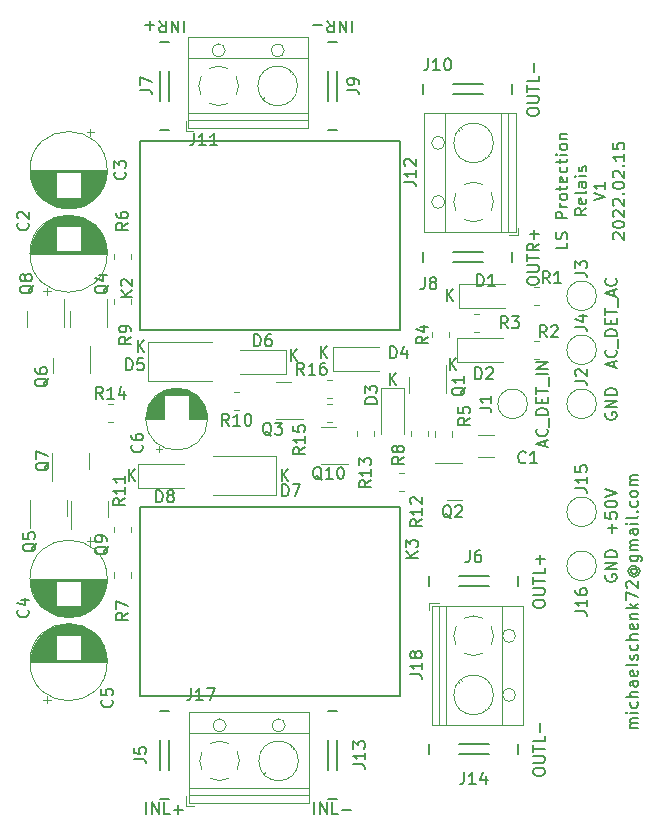
<source format=gbr>
G04 #@! TF.GenerationSoftware,KiCad,Pcbnew,(6.0.1-0)*
G04 #@! TF.CreationDate,2022-02-15T19:28:00+01:00*
G04 #@! TF.ProjectId,protection-relais,70726f74-6563-4746-996f-6e2d72656c61,rev?*
G04 #@! TF.SameCoordinates,Original*
G04 #@! TF.FileFunction,Legend,Top*
G04 #@! TF.FilePolarity,Positive*
%FSLAX46Y46*%
G04 Gerber Fmt 4.6, Leading zero omitted, Abs format (unit mm)*
G04 Created by KiCad (PCBNEW (6.0.1-0)) date 2022-02-15 19:28:00*
%MOMM*%
%LPD*%
G01*
G04 APERTURE LIST*
%ADD10C,0.150000*%
%ADD11C,0.120000*%
%ADD12C,0.127000*%
%ADD13C,0.200000*%
G04 APERTURE END LIST*
D10*
X108434380Y-123642380D02*
X108434380Y-122642380D01*
X108910571Y-123642380D02*
X108910571Y-122642380D01*
X109482000Y-123642380D01*
X109482000Y-122642380D01*
X110434380Y-123642380D02*
X109958190Y-123642380D01*
X109958190Y-122642380D01*
X110767714Y-123261428D02*
X111529619Y-123261428D01*
X126960380Y-120133809D02*
X126960380Y-119943333D01*
X127008000Y-119848095D01*
X127103238Y-119752857D01*
X127293714Y-119705238D01*
X127627047Y-119705238D01*
X127817523Y-119752857D01*
X127912761Y-119848095D01*
X127960380Y-119943333D01*
X127960380Y-120133809D01*
X127912761Y-120229047D01*
X127817523Y-120324285D01*
X127627047Y-120371904D01*
X127293714Y-120371904D01*
X127103238Y-120324285D01*
X127008000Y-120229047D01*
X126960380Y-120133809D01*
X126960380Y-119276666D02*
X127769904Y-119276666D01*
X127865142Y-119229047D01*
X127912761Y-119181428D01*
X127960380Y-119086190D01*
X127960380Y-118895714D01*
X127912761Y-118800476D01*
X127865142Y-118752857D01*
X127769904Y-118705238D01*
X126960380Y-118705238D01*
X126960380Y-118371904D02*
X126960380Y-117800476D01*
X127960380Y-118086190D02*
X126960380Y-118086190D01*
X127960380Y-116990952D02*
X127960380Y-117467142D01*
X126960380Y-117467142D01*
X127579428Y-116657619D02*
X127579428Y-115895714D01*
X126452380Y-64253809D02*
X126452380Y-64063333D01*
X126500000Y-63968095D01*
X126595238Y-63872857D01*
X126785714Y-63825238D01*
X127119047Y-63825238D01*
X127309523Y-63872857D01*
X127404761Y-63968095D01*
X127452380Y-64063333D01*
X127452380Y-64253809D01*
X127404761Y-64349047D01*
X127309523Y-64444285D01*
X127119047Y-64491904D01*
X126785714Y-64491904D01*
X126595238Y-64444285D01*
X126500000Y-64349047D01*
X126452380Y-64253809D01*
X126452380Y-63396666D02*
X127261904Y-63396666D01*
X127357142Y-63349047D01*
X127404761Y-63301428D01*
X127452380Y-63206190D01*
X127452380Y-63015714D01*
X127404761Y-62920476D01*
X127357142Y-62872857D01*
X127261904Y-62825238D01*
X126452380Y-62825238D01*
X126452380Y-62491904D02*
X126452380Y-61920476D01*
X127452380Y-62206190D02*
X126452380Y-62206190D01*
X127452380Y-61110952D02*
X127452380Y-61587142D01*
X126452380Y-61587142D01*
X127071428Y-60777619D02*
X127071428Y-60015714D01*
X133675428Y-99805904D02*
X133675428Y-99044000D01*
X134056380Y-99424952D02*
X133294476Y-99424952D01*
X133056380Y-98091619D02*
X133056380Y-98567809D01*
X133532571Y-98615428D01*
X133484952Y-98567809D01*
X133437333Y-98472571D01*
X133437333Y-98234476D01*
X133484952Y-98139238D01*
X133532571Y-98091619D01*
X133627809Y-98044000D01*
X133865904Y-98044000D01*
X133961142Y-98091619D01*
X134008761Y-98139238D01*
X134056380Y-98234476D01*
X134056380Y-98472571D01*
X134008761Y-98567809D01*
X133961142Y-98615428D01*
X133056380Y-97424952D02*
X133056380Y-97329714D01*
X133104000Y-97234476D01*
X133151619Y-97186857D01*
X133246857Y-97139238D01*
X133437333Y-97091619D01*
X133675428Y-97091619D01*
X133865904Y-97139238D01*
X133961142Y-97186857D01*
X134008761Y-97234476D01*
X134056380Y-97329714D01*
X134056380Y-97424952D01*
X134008761Y-97520190D01*
X133961142Y-97567809D01*
X133865904Y-97615428D01*
X133675428Y-97663047D01*
X133437333Y-97663047D01*
X133246857Y-97615428D01*
X133151619Y-97567809D01*
X133104000Y-97520190D01*
X133056380Y-97424952D01*
X133056380Y-96805904D02*
X134056380Y-96472571D01*
X133056380Y-96139238D01*
X127928666Y-92495238D02*
X127928666Y-92019047D01*
X128214380Y-92590476D02*
X127214380Y-92257142D01*
X128214380Y-91923809D01*
X128119142Y-91019047D02*
X128166761Y-91066666D01*
X128214380Y-91209523D01*
X128214380Y-91304761D01*
X128166761Y-91447619D01*
X128071523Y-91542857D01*
X127976285Y-91590476D01*
X127785809Y-91638095D01*
X127642952Y-91638095D01*
X127452476Y-91590476D01*
X127357238Y-91542857D01*
X127262000Y-91447619D01*
X127214380Y-91304761D01*
X127214380Y-91209523D01*
X127262000Y-91066666D01*
X127309619Y-91019047D01*
X128309619Y-90828571D02*
X128309619Y-90066666D01*
X128214380Y-89828571D02*
X127214380Y-89828571D01*
X127214380Y-89590476D01*
X127262000Y-89447619D01*
X127357238Y-89352380D01*
X127452476Y-89304761D01*
X127642952Y-89257142D01*
X127785809Y-89257142D01*
X127976285Y-89304761D01*
X128071523Y-89352380D01*
X128166761Y-89447619D01*
X128214380Y-89590476D01*
X128214380Y-89828571D01*
X127690571Y-88828571D02*
X127690571Y-88495238D01*
X128214380Y-88352380D02*
X128214380Y-88828571D01*
X127214380Y-88828571D01*
X127214380Y-88352380D01*
X127214380Y-88066666D02*
X127214380Y-87495238D01*
X128214380Y-87780952D02*
X127214380Y-87780952D01*
X128309619Y-87400000D02*
X128309619Y-86638095D01*
X128214380Y-86400000D02*
X127214380Y-86400000D01*
X128214380Y-85923809D02*
X127214380Y-85923809D01*
X128214380Y-85352380D01*
X127214380Y-85352380D01*
X126452380Y-78573047D02*
X126452380Y-78382571D01*
X126500000Y-78287333D01*
X126595238Y-78192095D01*
X126785714Y-78144476D01*
X127119047Y-78144476D01*
X127309523Y-78192095D01*
X127404761Y-78287333D01*
X127452380Y-78382571D01*
X127452380Y-78573047D01*
X127404761Y-78668285D01*
X127309523Y-78763523D01*
X127119047Y-78811142D01*
X126785714Y-78811142D01*
X126595238Y-78763523D01*
X126500000Y-78668285D01*
X126452380Y-78573047D01*
X126452380Y-77715904D02*
X127261904Y-77715904D01*
X127357142Y-77668285D01*
X127404761Y-77620666D01*
X127452380Y-77525428D01*
X127452380Y-77334952D01*
X127404761Y-77239714D01*
X127357142Y-77192095D01*
X127261904Y-77144476D01*
X126452380Y-77144476D01*
X126452380Y-76811142D02*
X126452380Y-76239714D01*
X127452380Y-76525428D02*
X126452380Y-76525428D01*
X127452380Y-75334952D02*
X126976190Y-75668285D01*
X127452380Y-75906380D02*
X126452380Y-75906380D01*
X126452380Y-75525428D01*
X126500000Y-75430190D01*
X126547619Y-75382571D01*
X126642857Y-75334952D01*
X126785714Y-75334952D01*
X126880952Y-75382571D01*
X126928571Y-75430190D01*
X126976190Y-75525428D01*
X126976190Y-75906380D01*
X127071428Y-74906380D02*
X127071428Y-74144476D01*
X127452380Y-74525428D02*
X126690476Y-74525428D01*
X133104000Y-103377904D02*
X133056380Y-103473142D01*
X133056380Y-103616000D01*
X133104000Y-103758857D01*
X133199238Y-103854095D01*
X133294476Y-103901714D01*
X133484952Y-103949333D01*
X133627809Y-103949333D01*
X133818285Y-103901714D01*
X133913523Y-103854095D01*
X134008761Y-103758857D01*
X134056380Y-103616000D01*
X134056380Y-103520761D01*
X134008761Y-103377904D01*
X133961142Y-103330285D01*
X133627809Y-103330285D01*
X133627809Y-103520761D01*
X134056380Y-102901714D02*
X133056380Y-102901714D01*
X134056380Y-102330285D01*
X133056380Y-102330285D01*
X134056380Y-101854095D02*
X133056380Y-101854095D01*
X133056380Y-101616000D01*
X133104000Y-101473142D01*
X133199238Y-101377904D01*
X133294476Y-101330285D01*
X133484952Y-101282666D01*
X133627809Y-101282666D01*
X133818285Y-101330285D01*
X133913523Y-101377904D01*
X134008761Y-101473142D01*
X134056380Y-101616000D01*
X134056380Y-101854095D01*
X111624857Y-56443619D02*
X111624857Y-57443619D01*
X111148666Y-56443619D02*
X111148666Y-57443619D01*
X110577238Y-56443619D01*
X110577238Y-57443619D01*
X109529619Y-56443619D02*
X109862952Y-56919809D01*
X110101047Y-56443619D02*
X110101047Y-57443619D01*
X109720095Y-57443619D01*
X109624857Y-57396000D01*
X109577238Y-57348380D01*
X109529619Y-57253142D01*
X109529619Y-57110285D01*
X109577238Y-57015047D01*
X109624857Y-56967428D01*
X109720095Y-56919809D01*
X110101047Y-56919809D01*
X109101047Y-56824571D02*
X108339142Y-56824571D01*
X108958095Y-85034380D02*
X108958095Y-84034380D01*
X109529523Y-85034380D02*
X109100952Y-84462952D01*
X109529523Y-84034380D02*
X108958095Y-84605809D01*
X92702095Y-95448380D02*
X92702095Y-94448380D01*
X93273523Y-95448380D02*
X92844952Y-94876952D01*
X93273523Y-94448380D02*
X92702095Y-95019809D01*
X133770666Y-85803904D02*
X133770666Y-85327714D01*
X134056380Y-85899142D02*
X133056380Y-85565809D01*
X134056380Y-85232476D01*
X133961142Y-84327714D02*
X134008761Y-84375333D01*
X134056380Y-84518190D01*
X134056380Y-84613428D01*
X134008761Y-84756285D01*
X133913523Y-84851523D01*
X133818285Y-84899142D01*
X133627809Y-84946761D01*
X133484952Y-84946761D01*
X133294476Y-84899142D01*
X133199238Y-84851523D01*
X133104000Y-84756285D01*
X133056380Y-84613428D01*
X133056380Y-84518190D01*
X133104000Y-84375333D01*
X133151619Y-84327714D01*
X134151619Y-84137238D02*
X134151619Y-83375333D01*
X134056380Y-83137238D02*
X133056380Y-83137238D01*
X133056380Y-82899142D01*
X133104000Y-82756285D01*
X133199238Y-82661047D01*
X133294476Y-82613428D01*
X133484952Y-82565809D01*
X133627809Y-82565809D01*
X133818285Y-82613428D01*
X133913523Y-82661047D01*
X134008761Y-82756285D01*
X134056380Y-82899142D01*
X134056380Y-83137238D01*
X133532571Y-82137238D02*
X133532571Y-81803904D01*
X134056380Y-81661047D02*
X134056380Y-82137238D01*
X133056380Y-82137238D01*
X133056380Y-81661047D01*
X133056380Y-81375333D02*
X133056380Y-80803904D01*
X134056380Y-81089619D02*
X133056380Y-81089619D01*
X134151619Y-80708666D02*
X134151619Y-79946761D01*
X133770666Y-79756285D02*
X133770666Y-79280095D01*
X134056380Y-79851523D02*
X133056380Y-79518190D01*
X134056380Y-79184857D01*
X133961142Y-78280095D02*
X134008761Y-78327714D01*
X134056380Y-78470571D01*
X134056380Y-78565809D01*
X134008761Y-78708666D01*
X133913523Y-78803904D01*
X133818285Y-78851523D01*
X133627809Y-78899142D01*
X133484952Y-78899142D01*
X133294476Y-78851523D01*
X133199238Y-78803904D01*
X133104000Y-78708666D01*
X133056380Y-78565809D01*
X133056380Y-78470571D01*
X133104000Y-78327714D01*
X133151619Y-78280095D01*
X129863380Y-75246952D02*
X129863380Y-75723142D01*
X128863380Y-75723142D01*
X129815761Y-74961238D02*
X129863380Y-74818380D01*
X129863380Y-74580285D01*
X129815761Y-74485047D01*
X129768142Y-74437428D01*
X129672904Y-74389809D01*
X129577666Y-74389809D01*
X129482428Y-74437428D01*
X129434809Y-74485047D01*
X129387190Y-74580285D01*
X129339571Y-74770761D01*
X129291952Y-74866000D01*
X129244333Y-74913619D01*
X129149095Y-74961238D01*
X129053857Y-74961238D01*
X128958619Y-74913619D01*
X128911000Y-74866000D01*
X128863380Y-74770761D01*
X128863380Y-74532666D01*
X128911000Y-74389809D01*
X129863380Y-73199333D02*
X128863380Y-73199333D01*
X128863380Y-72818380D01*
X128911000Y-72723142D01*
X128958619Y-72675523D01*
X129053857Y-72627904D01*
X129196714Y-72627904D01*
X129291952Y-72675523D01*
X129339571Y-72723142D01*
X129387190Y-72818380D01*
X129387190Y-73199333D01*
X129863380Y-72199333D02*
X129196714Y-72199333D01*
X129387190Y-72199333D02*
X129291952Y-72151714D01*
X129244333Y-72104095D01*
X129196714Y-72008857D01*
X129196714Y-71913619D01*
X129863380Y-71437428D02*
X129815761Y-71532666D01*
X129768142Y-71580285D01*
X129672904Y-71627904D01*
X129387190Y-71627904D01*
X129291952Y-71580285D01*
X129244333Y-71532666D01*
X129196714Y-71437428D01*
X129196714Y-71294571D01*
X129244333Y-71199333D01*
X129291952Y-71151714D01*
X129387190Y-71104095D01*
X129672904Y-71104095D01*
X129768142Y-71151714D01*
X129815761Y-71199333D01*
X129863380Y-71294571D01*
X129863380Y-71437428D01*
X129196714Y-70818380D02*
X129196714Y-70437428D01*
X128863380Y-70675523D02*
X129720523Y-70675523D01*
X129815761Y-70627904D01*
X129863380Y-70532666D01*
X129863380Y-70437428D01*
X129815761Y-69723142D02*
X129863380Y-69818380D01*
X129863380Y-70008857D01*
X129815761Y-70104095D01*
X129720523Y-70151714D01*
X129339571Y-70151714D01*
X129244333Y-70104095D01*
X129196714Y-70008857D01*
X129196714Y-69818380D01*
X129244333Y-69723142D01*
X129339571Y-69675523D01*
X129434809Y-69675523D01*
X129530047Y-70151714D01*
X129815761Y-68818380D02*
X129863380Y-68913619D01*
X129863380Y-69104095D01*
X129815761Y-69199333D01*
X129768142Y-69246952D01*
X129672904Y-69294571D01*
X129387190Y-69294571D01*
X129291952Y-69246952D01*
X129244333Y-69199333D01*
X129196714Y-69104095D01*
X129196714Y-68913619D01*
X129244333Y-68818380D01*
X129196714Y-68532666D02*
X129196714Y-68151714D01*
X128863380Y-68389809D02*
X129720523Y-68389809D01*
X129815761Y-68342190D01*
X129863380Y-68246952D01*
X129863380Y-68151714D01*
X129863380Y-67818380D02*
X129196714Y-67818380D01*
X128863380Y-67818380D02*
X128911000Y-67866000D01*
X128958619Y-67818380D01*
X128911000Y-67770761D01*
X128863380Y-67818380D01*
X128958619Y-67818380D01*
X129863380Y-67199333D02*
X129815761Y-67294571D01*
X129768142Y-67342190D01*
X129672904Y-67389809D01*
X129387190Y-67389809D01*
X129291952Y-67342190D01*
X129244333Y-67294571D01*
X129196714Y-67199333D01*
X129196714Y-67056476D01*
X129244333Y-66961238D01*
X129291952Y-66913619D01*
X129387190Y-66866000D01*
X129672904Y-66866000D01*
X129768142Y-66913619D01*
X129815761Y-66961238D01*
X129863380Y-67056476D01*
X129863380Y-67199333D01*
X129196714Y-66437428D02*
X129863380Y-66437428D01*
X129291952Y-66437428D02*
X129244333Y-66389809D01*
X129196714Y-66294571D01*
X129196714Y-66151714D01*
X129244333Y-66056476D01*
X129339571Y-66008857D01*
X129863380Y-66008857D01*
X131473380Y-72342190D02*
X130997190Y-72675523D01*
X131473380Y-72913619D02*
X130473380Y-72913619D01*
X130473380Y-72532666D01*
X130521000Y-72437428D01*
X130568619Y-72389809D01*
X130663857Y-72342190D01*
X130806714Y-72342190D01*
X130901952Y-72389809D01*
X130949571Y-72437428D01*
X130997190Y-72532666D01*
X130997190Y-72913619D01*
X131425761Y-71532666D02*
X131473380Y-71627904D01*
X131473380Y-71818380D01*
X131425761Y-71913619D01*
X131330523Y-71961238D01*
X130949571Y-71961238D01*
X130854333Y-71913619D01*
X130806714Y-71818380D01*
X130806714Y-71627904D01*
X130854333Y-71532666D01*
X130949571Y-71485047D01*
X131044809Y-71485047D01*
X131140047Y-71961238D01*
X131473380Y-70913619D02*
X131425761Y-71008857D01*
X131330523Y-71056476D01*
X130473380Y-71056476D01*
X131473380Y-70104095D02*
X130949571Y-70104095D01*
X130854333Y-70151714D01*
X130806714Y-70246952D01*
X130806714Y-70437428D01*
X130854333Y-70532666D01*
X131425761Y-70104095D02*
X131473380Y-70199333D01*
X131473380Y-70437428D01*
X131425761Y-70532666D01*
X131330523Y-70580285D01*
X131235285Y-70580285D01*
X131140047Y-70532666D01*
X131092428Y-70437428D01*
X131092428Y-70199333D01*
X131044809Y-70104095D01*
X131473380Y-69627904D02*
X130806714Y-69627904D01*
X130473380Y-69627904D02*
X130521000Y-69675523D01*
X130568619Y-69627904D01*
X130521000Y-69580285D01*
X130473380Y-69627904D01*
X130568619Y-69627904D01*
X131425761Y-69199333D02*
X131473380Y-69104095D01*
X131473380Y-68913619D01*
X131425761Y-68818380D01*
X131330523Y-68770761D01*
X131282904Y-68770761D01*
X131187666Y-68818380D01*
X131140047Y-68913619D01*
X131140047Y-69056476D01*
X131092428Y-69151714D01*
X130997190Y-69199333D01*
X130949571Y-69199333D01*
X130854333Y-69151714D01*
X130806714Y-69056476D01*
X130806714Y-68913619D01*
X130854333Y-68818380D01*
X132083380Y-71675523D02*
X133083380Y-71342190D01*
X132083380Y-71008857D01*
X133083380Y-70151714D02*
X133083380Y-70723142D01*
X133083380Y-70437428D02*
X132083380Y-70437428D01*
X132226238Y-70532666D01*
X132321476Y-70627904D01*
X132369095Y-70723142D01*
X133788619Y-74961238D02*
X133741000Y-74913619D01*
X133693380Y-74818380D01*
X133693380Y-74580285D01*
X133741000Y-74485047D01*
X133788619Y-74437428D01*
X133883857Y-74389809D01*
X133979095Y-74389809D01*
X134121952Y-74437428D01*
X134693380Y-75008857D01*
X134693380Y-74389809D01*
X133693380Y-73770761D02*
X133693380Y-73675523D01*
X133741000Y-73580285D01*
X133788619Y-73532666D01*
X133883857Y-73485047D01*
X134074333Y-73437428D01*
X134312428Y-73437428D01*
X134502904Y-73485047D01*
X134598142Y-73532666D01*
X134645761Y-73580285D01*
X134693380Y-73675523D01*
X134693380Y-73770761D01*
X134645761Y-73866000D01*
X134598142Y-73913619D01*
X134502904Y-73961238D01*
X134312428Y-74008857D01*
X134074333Y-74008857D01*
X133883857Y-73961238D01*
X133788619Y-73913619D01*
X133741000Y-73866000D01*
X133693380Y-73770761D01*
X133788619Y-73056476D02*
X133741000Y-73008857D01*
X133693380Y-72913619D01*
X133693380Y-72675523D01*
X133741000Y-72580285D01*
X133788619Y-72532666D01*
X133883857Y-72485047D01*
X133979095Y-72485047D01*
X134121952Y-72532666D01*
X134693380Y-73104095D01*
X134693380Y-72485047D01*
X133788619Y-72104095D02*
X133741000Y-72056476D01*
X133693380Y-71961238D01*
X133693380Y-71723142D01*
X133741000Y-71627904D01*
X133788619Y-71580285D01*
X133883857Y-71532666D01*
X133979095Y-71532666D01*
X134121952Y-71580285D01*
X134693380Y-72151714D01*
X134693380Y-71532666D01*
X134598142Y-71104095D02*
X134645761Y-71056476D01*
X134693380Y-71104095D01*
X134645761Y-71151714D01*
X134598142Y-71104095D01*
X134693380Y-71104095D01*
X133693380Y-70437428D02*
X133693380Y-70342190D01*
X133741000Y-70246952D01*
X133788619Y-70199333D01*
X133883857Y-70151714D01*
X134074333Y-70104095D01*
X134312428Y-70104095D01*
X134502904Y-70151714D01*
X134598142Y-70199333D01*
X134645761Y-70246952D01*
X134693380Y-70342190D01*
X134693380Y-70437428D01*
X134645761Y-70532666D01*
X134598142Y-70580285D01*
X134502904Y-70627904D01*
X134312428Y-70675523D01*
X134074333Y-70675523D01*
X133883857Y-70627904D01*
X133788619Y-70580285D01*
X133741000Y-70532666D01*
X133693380Y-70437428D01*
X133788619Y-69723142D02*
X133741000Y-69675523D01*
X133693380Y-69580285D01*
X133693380Y-69342190D01*
X133741000Y-69246952D01*
X133788619Y-69199333D01*
X133883857Y-69151714D01*
X133979095Y-69151714D01*
X134121952Y-69199333D01*
X134693380Y-69770761D01*
X134693380Y-69151714D01*
X134598142Y-68723142D02*
X134645761Y-68675523D01*
X134693380Y-68723142D01*
X134645761Y-68770761D01*
X134598142Y-68723142D01*
X134693380Y-68723142D01*
X134693380Y-67723142D02*
X134693380Y-68294571D01*
X134693380Y-68008857D02*
X133693380Y-68008857D01*
X133836238Y-68104095D01*
X133931476Y-68199333D01*
X133979095Y-68294571D01*
X133693380Y-66818380D02*
X133693380Y-67294571D01*
X134169571Y-67342190D01*
X134121952Y-67294571D01*
X134074333Y-67199333D01*
X134074333Y-66961238D01*
X134121952Y-66866000D01*
X134169571Y-66818380D01*
X134264809Y-66770761D01*
X134502904Y-66770761D01*
X134598142Y-66818380D01*
X134645761Y-66866000D01*
X134693380Y-66961238D01*
X134693380Y-67199333D01*
X134645761Y-67294571D01*
X134598142Y-67342190D01*
X119880095Y-86050380D02*
X119880095Y-85050380D01*
X120451523Y-86050380D02*
X120022952Y-85478952D01*
X120451523Y-85050380D02*
X119880095Y-85621809D01*
X135834380Y-116378285D02*
X135167714Y-116378285D01*
X135262952Y-116378285D02*
X135215333Y-116330666D01*
X135167714Y-116235428D01*
X135167714Y-116092571D01*
X135215333Y-115997333D01*
X135310571Y-115949714D01*
X135834380Y-115949714D01*
X135310571Y-115949714D02*
X135215333Y-115902095D01*
X135167714Y-115806857D01*
X135167714Y-115664000D01*
X135215333Y-115568761D01*
X135310571Y-115521142D01*
X135834380Y-115521142D01*
X135834380Y-115044952D02*
X135167714Y-115044952D01*
X134834380Y-115044952D02*
X134882000Y-115092571D01*
X134929619Y-115044952D01*
X134882000Y-114997333D01*
X134834380Y-115044952D01*
X134929619Y-115044952D01*
X135786761Y-114140190D02*
X135834380Y-114235428D01*
X135834380Y-114425904D01*
X135786761Y-114521142D01*
X135739142Y-114568761D01*
X135643904Y-114616380D01*
X135358190Y-114616380D01*
X135262952Y-114568761D01*
X135215333Y-114521142D01*
X135167714Y-114425904D01*
X135167714Y-114235428D01*
X135215333Y-114140190D01*
X135834380Y-113711619D02*
X134834380Y-113711619D01*
X135834380Y-113283047D02*
X135310571Y-113283047D01*
X135215333Y-113330666D01*
X135167714Y-113425904D01*
X135167714Y-113568761D01*
X135215333Y-113664000D01*
X135262952Y-113711619D01*
X135834380Y-112378285D02*
X135310571Y-112378285D01*
X135215333Y-112425904D01*
X135167714Y-112521142D01*
X135167714Y-112711619D01*
X135215333Y-112806857D01*
X135786761Y-112378285D02*
X135834380Y-112473523D01*
X135834380Y-112711619D01*
X135786761Y-112806857D01*
X135691523Y-112854476D01*
X135596285Y-112854476D01*
X135501047Y-112806857D01*
X135453428Y-112711619D01*
X135453428Y-112473523D01*
X135405809Y-112378285D01*
X135786761Y-111521142D02*
X135834380Y-111616380D01*
X135834380Y-111806857D01*
X135786761Y-111902095D01*
X135691523Y-111949714D01*
X135310571Y-111949714D01*
X135215333Y-111902095D01*
X135167714Y-111806857D01*
X135167714Y-111616380D01*
X135215333Y-111521142D01*
X135310571Y-111473523D01*
X135405809Y-111473523D01*
X135501047Y-111949714D01*
X135834380Y-110902095D02*
X135786761Y-110997333D01*
X135691523Y-111044952D01*
X134834380Y-111044952D01*
X135786761Y-110568761D02*
X135834380Y-110473523D01*
X135834380Y-110283047D01*
X135786761Y-110187809D01*
X135691523Y-110140190D01*
X135643904Y-110140190D01*
X135548666Y-110187809D01*
X135501047Y-110283047D01*
X135501047Y-110425904D01*
X135453428Y-110521142D01*
X135358190Y-110568761D01*
X135310571Y-110568761D01*
X135215333Y-110521142D01*
X135167714Y-110425904D01*
X135167714Y-110283047D01*
X135215333Y-110187809D01*
X135786761Y-109283047D02*
X135834380Y-109378285D01*
X135834380Y-109568761D01*
X135786761Y-109664000D01*
X135739142Y-109711619D01*
X135643904Y-109759238D01*
X135358190Y-109759238D01*
X135262952Y-109711619D01*
X135215333Y-109664000D01*
X135167714Y-109568761D01*
X135167714Y-109378285D01*
X135215333Y-109283047D01*
X135834380Y-108854476D02*
X134834380Y-108854476D01*
X135834380Y-108425904D02*
X135310571Y-108425904D01*
X135215333Y-108473523D01*
X135167714Y-108568761D01*
X135167714Y-108711619D01*
X135215333Y-108806857D01*
X135262952Y-108854476D01*
X135786761Y-107568761D02*
X135834380Y-107664000D01*
X135834380Y-107854476D01*
X135786761Y-107949714D01*
X135691523Y-107997333D01*
X135310571Y-107997333D01*
X135215333Y-107949714D01*
X135167714Y-107854476D01*
X135167714Y-107664000D01*
X135215333Y-107568761D01*
X135310571Y-107521142D01*
X135405809Y-107521142D01*
X135501047Y-107997333D01*
X135167714Y-107092571D02*
X135834380Y-107092571D01*
X135262952Y-107092571D02*
X135215333Y-107044952D01*
X135167714Y-106949714D01*
X135167714Y-106806857D01*
X135215333Y-106711619D01*
X135310571Y-106664000D01*
X135834380Y-106664000D01*
X135834380Y-106187809D02*
X134834380Y-106187809D01*
X135453428Y-106092571D02*
X135834380Y-105806857D01*
X135167714Y-105806857D02*
X135548666Y-106187809D01*
X134834380Y-105473523D02*
X134834380Y-104806857D01*
X135834380Y-105235428D01*
X134929619Y-104473523D02*
X134882000Y-104425904D01*
X134834380Y-104330666D01*
X134834380Y-104092571D01*
X134882000Y-103997333D01*
X134929619Y-103949714D01*
X135024857Y-103902095D01*
X135120095Y-103902095D01*
X135262952Y-103949714D01*
X135834380Y-104521142D01*
X135834380Y-103902095D01*
X135358190Y-102854476D02*
X135310571Y-102902095D01*
X135262952Y-102997333D01*
X135262952Y-103092571D01*
X135310571Y-103187809D01*
X135358190Y-103235428D01*
X135453428Y-103283047D01*
X135548666Y-103283047D01*
X135643904Y-103235428D01*
X135691523Y-103187809D01*
X135739142Y-103092571D01*
X135739142Y-102997333D01*
X135691523Y-102902095D01*
X135643904Y-102854476D01*
X135262952Y-102854476D02*
X135643904Y-102854476D01*
X135691523Y-102806857D01*
X135691523Y-102759238D01*
X135643904Y-102664000D01*
X135548666Y-102616380D01*
X135310571Y-102616380D01*
X135167714Y-102711619D01*
X135072476Y-102854476D01*
X135024857Y-103044952D01*
X135072476Y-103235428D01*
X135167714Y-103378285D01*
X135310571Y-103473523D01*
X135501047Y-103521142D01*
X135691523Y-103473523D01*
X135834380Y-103378285D01*
X135929619Y-103235428D01*
X135977238Y-103044952D01*
X135929619Y-102854476D01*
X135834380Y-102711619D01*
X135167714Y-101759238D02*
X135977238Y-101759238D01*
X136072476Y-101806857D01*
X136120095Y-101854476D01*
X136167714Y-101949714D01*
X136167714Y-102092571D01*
X136120095Y-102187809D01*
X135786761Y-101759238D02*
X135834380Y-101854476D01*
X135834380Y-102044952D01*
X135786761Y-102140190D01*
X135739142Y-102187809D01*
X135643904Y-102235428D01*
X135358190Y-102235428D01*
X135262952Y-102187809D01*
X135215333Y-102140190D01*
X135167714Y-102044952D01*
X135167714Y-101854476D01*
X135215333Y-101759238D01*
X135834380Y-101283047D02*
X135167714Y-101283047D01*
X135262952Y-101283047D02*
X135215333Y-101235428D01*
X135167714Y-101140190D01*
X135167714Y-100997333D01*
X135215333Y-100902095D01*
X135310571Y-100854476D01*
X135834380Y-100854476D01*
X135310571Y-100854476D02*
X135215333Y-100806857D01*
X135167714Y-100711619D01*
X135167714Y-100568761D01*
X135215333Y-100473523D01*
X135310571Y-100425904D01*
X135834380Y-100425904D01*
X135834380Y-99521142D02*
X135310571Y-99521142D01*
X135215333Y-99568761D01*
X135167714Y-99664000D01*
X135167714Y-99854476D01*
X135215333Y-99949714D01*
X135786761Y-99521142D02*
X135834380Y-99616380D01*
X135834380Y-99854476D01*
X135786761Y-99949714D01*
X135691523Y-99997333D01*
X135596285Y-99997333D01*
X135501047Y-99949714D01*
X135453428Y-99854476D01*
X135453428Y-99616380D01*
X135405809Y-99521142D01*
X135834380Y-99044952D02*
X135167714Y-99044952D01*
X134834380Y-99044952D02*
X134882000Y-99092571D01*
X134929619Y-99044952D01*
X134882000Y-98997333D01*
X134834380Y-99044952D01*
X134929619Y-99044952D01*
X135834380Y-98425904D02*
X135786761Y-98521142D01*
X135691523Y-98568761D01*
X134834380Y-98568761D01*
X135739142Y-98044952D02*
X135786761Y-97997333D01*
X135834380Y-98044952D01*
X135786761Y-98092571D01*
X135739142Y-98044952D01*
X135834380Y-98044952D01*
X135786761Y-97140190D02*
X135834380Y-97235428D01*
X135834380Y-97425904D01*
X135786761Y-97521142D01*
X135739142Y-97568761D01*
X135643904Y-97616380D01*
X135358190Y-97616380D01*
X135262952Y-97568761D01*
X135215333Y-97521142D01*
X135167714Y-97425904D01*
X135167714Y-97235428D01*
X135215333Y-97140190D01*
X135834380Y-96568761D02*
X135786761Y-96664000D01*
X135739142Y-96711619D01*
X135643904Y-96759238D01*
X135358190Y-96759238D01*
X135262952Y-96711619D01*
X135215333Y-96664000D01*
X135167714Y-96568761D01*
X135167714Y-96425904D01*
X135215333Y-96330666D01*
X135262952Y-96283047D01*
X135358190Y-96235428D01*
X135643904Y-96235428D01*
X135739142Y-96283047D01*
X135786761Y-96330666D01*
X135834380Y-96425904D01*
X135834380Y-96568761D01*
X135834380Y-95806857D02*
X135167714Y-95806857D01*
X135262952Y-95806857D02*
X135215333Y-95759238D01*
X135167714Y-95664000D01*
X135167714Y-95521142D01*
X135215333Y-95425904D01*
X135310571Y-95378285D01*
X135834380Y-95378285D01*
X135310571Y-95378285D02*
X135215333Y-95330666D01*
X135167714Y-95235428D01*
X135167714Y-95092571D01*
X135215333Y-94997333D01*
X135310571Y-94949714D01*
X135834380Y-94949714D01*
X97400857Y-56443619D02*
X97400857Y-57443619D01*
X96924666Y-56443619D02*
X96924666Y-57443619D01*
X96353238Y-56443619D01*
X96353238Y-57443619D01*
X95305619Y-56443619D02*
X95638952Y-56919809D01*
X95877047Y-56443619D02*
X95877047Y-57443619D01*
X95496095Y-57443619D01*
X95400857Y-57396000D01*
X95353238Y-57348380D01*
X95305619Y-57253142D01*
X95305619Y-57110285D01*
X95353238Y-57015047D01*
X95400857Y-56967428D01*
X95496095Y-56919809D01*
X95877047Y-56919809D01*
X94877047Y-56824571D02*
X94115142Y-56824571D01*
X94496095Y-56443619D02*
X94496095Y-57205523D01*
X133104000Y-89661904D02*
X133056380Y-89757142D01*
X133056380Y-89900000D01*
X133104000Y-90042857D01*
X133199238Y-90138095D01*
X133294476Y-90185714D01*
X133484952Y-90233333D01*
X133627809Y-90233333D01*
X133818285Y-90185714D01*
X133913523Y-90138095D01*
X134008761Y-90042857D01*
X134056380Y-89900000D01*
X134056380Y-89804761D01*
X134008761Y-89661904D01*
X133961142Y-89614285D01*
X133627809Y-89614285D01*
X133627809Y-89804761D01*
X134056380Y-89185714D02*
X133056380Y-89185714D01*
X134056380Y-88614285D01*
X133056380Y-88614285D01*
X134056380Y-88138095D02*
X133056380Y-88138095D01*
X133056380Y-87900000D01*
X133104000Y-87757142D01*
X133199238Y-87661904D01*
X133294476Y-87614285D01*
X133484952Y-87566666D01*
X133627809Y-87566666D01*
X133818285Y-87614285D01*
X133913523Y-87661904D01*
X134008761Y-87757142D01*
X134056380Y-87900000D01*
X134056380Y-88138095D01*
X94210380Y-123642380D02*
X94210380Y-122642380D01*
X94686571Y-123642380D02*
X94686571Y-122642380D01*
X95258000Y-123642380D01*
X95258000Y-122642380D01*
X96210380Y-123642380D02*
X95734190Y-123642380D01*
X95734190Y-122642380D01*
X96543714Y-123261428D02*
X97305619Y-123261428D01*
X96924666Y-123642380D02*
X96924666Y-122880476D01*
X105656095Y-95448380D02*
X105656095Y-94448380D01*
X106227523Y-95448380D02*
X105798952Y-94876952D01*
X106227523Y-94448380D02*
X105656095Y-95019809D01*
X106418095Y-85288380D02*
X106418095Y-84288380D01*
X106989523Y-85288380D02*
X106560952Y-84716952D01*
X106989523Y-84288380D02*
X106418095Y-84859809D01*
X93464095Y-84526380D02*
X93464095Y-83526380D01*
X94035523Y-84526380D02*
X93606952Y-83954952D01*
X94035523Y-83526380D02*
X93464095Y-84097809D01*
X119626095Y-80208380D02*
X119626095Y-79208380D01*
X120197523Y-80208380D02*
X119768952Y-79636952D01*
X120197523Y-79208380D02*
X119626095Y-79779809D01*
X126960380Y-105909809D02*
X126960380Y-105719333D01*
X127008000Y-105624095D01*
X127103238Y-105528857D01*
X127293714Y-105481238D01*
X127627047Y-105481238D01*
X127817523Y-105528857D01*
X127912761Y-105624095D01*
X127960380Y-105719333D01*
X127960380Y-105909809D01*
X127912761Y-106005047D01*
X127817523Y-106100285D01*
X127627047Y-106147904D01*
X127293714Y-106147904D01*
X127103238Y-106100285D01*
X127008000Y-106005047D01*
X126960380Y-105909809D01*
X126960380Y-105052666D02*
X127769904Y-105052666D01*
X127865142Y-105005047D01*
X127912761Y-104957428D01*
X127960380Y-104862190D01*
X127960380Y-104671714D01*
X127912761Y-104576476D01*
X127865142Y-104528857D01*
X127769904Y-104481238D01*
X126960380Y-104481238D01*
X126960380Y-104147904D02*
X126960380Y-103576476D01*
X127960380Y-103862190D02*
X126960380Y-103862190D01*
X127960380Y-102766952D02*
X127960380Y-103243142D01*
X126960380Y-103243142D01*
X127579428Y-102433619D02*
X127579428Y-101671714D01*
X127960380Y-102052666D02*
X127198476Y-102052666D01*
X114800095Y-87320380D02*
X114800095Y-86320380D01*
X115371523Y-87320380D02*
X114942952Y-86748952D01*
X115371523Y-86320380D02*
X114800095Y-86891809D01*
X95019904Y-97226380D02*
X95019904Y-96226380D01*
X95258000Y-96226380D01*
X95400857Y-96274000D01*
X95496095Y-96369238D01*
X95543714Y-96464476D01*
X95591333Y-96654952D01*
X95591333Y-96797809D01*
X95543714Y-96988285D01*
X95496095Y-97083523D01*
X95400857Y-97178761D01*
X95258000Y-97226380D01*
X95019904Y-97226380D01*
X96162761Y-96654952D02*
X96067523Y-96607333D01*
X96019904Y-96559714D01*
X95972285Y-96464476D01*
X95972285Y-96416857D01*
X96019904Y-96321619D01*
X96067523Y-96274000D01*
X96162761Y-96226380D01*
X96353238Y-96226380D01*
X96448476Y-96274000D01*
X96496095Y-96321619D01*
X96543714Y-96416857D01*
X96543714Y-96464476D01*
X96496095Y-96559714D01*
X96448476Y-96607333D01*
X96353238Y-96654952D01*
X96162761Y-96654952D01*
X96067523Y-96702571D01*
X96019904Y-96750190D01*
X95972285Y-96845428D01*
X95972285Y-97035904D01*
X96019904Y-97131142D01*
X96067523Y-97178761D01*
X96162761Y-97226380D01*
X96353238Y-97226380D01*
X96448476Y-97178761D01*
X96496095Y-97131142D01*
X96543714Y-97035904D01*
X96543714Y-96845428D01*
X96496095Y-96750190D01*
X96448476Y-96702571D01*
X96353238Y-96654952D01*
X92400380Y-96908857D02*
X91924190Y-97242190D01*
X92400380Y-97480285D02*
X91400380Y-97480285D01*
X91400380Y-97099333D01*
X91448000Y-97004095D01*
X91495619Y-96956476D01*
X91590857Y-96908857D01*
X91733714Y-96908857D01*
X91828952Y-96956476D01*
X91876571Y-97004095D01*
X91924190Y-97099333D01*
X91924190Y-97480285D01*
X92400380Y-95956476D02*
X92400380Y-96527904D01*
X92400380Y-96242190D02*
X91400380Y-96242190D01*
X91543238Y-96337428D01*
X91638476Y-96432666D01*
X91686095Y-96527904D01*
X92400380Y-95004095D02*
X92400380Y-95575523D01*
X92400380Y-95289809D02*
X91400380Y-95289809D01*
X91543238Y-95385047D01*
X91638476Y-95480285D01*
X91686095Y-95575523D01*
X114831904Y-85034380D02*
X114831904Y-84034380D01*
X115070000Y-84034380D01*
X115212857Y-84082000D01*
X115308095Y-84177238D01*
X115355714Y-84272476D01*
X115403333Y-84462952D01*
X115403333Y-84605809D01*
X115355714Y-84796285D01*
X115308095Y-84891523D01*
X115212857Y-84986761D01*
X115070000Y-85034380D01*
X114831904Y-85034380D01*
X116260476Y-84367714D02*
X116260476Y-85034380D01*
X116022380Y-83986761D02*
X115784285Y-84701047D01*
X116403333Y-84701047D01*
X107561142Y-86432380D02*
X107227809Y-85956190D01*
X106989714Y-86432380D02*
X106989714Y-85432380D01*
X107370666Y-85432380D01*
X107465904Y-85480000D01*
X107513523Y-85527619D01*
X107561142Y-85622857D01*
X107561142Y-85765714D01*
X107513523Y-85860952D01*
X107465904Y-85908571D01*
X107370666Y-85956190D01*
X106989714Y-85956190D01*
X108513523Y-86432380D02*
X107942095Y-86432380D01*
X108227809Y-86432380D02*
X108227809Y-85432380D01*
X108132571Y-85575238D01*
X108037333Y-85670476D01*
X107942095Y-85718095D01*
X109370666Y-85432380D02*
X109180190Y-85432380D01*
X109084952Y-85480000D01*
X109037333Y-85527619D01*
X108942095Y-85670476D01*
X108894476Y-85860952D01*
X108894476Y-86241904D01*
X108942095Y-86337142D01*
X108989714Y-86384761D01*
X109084952Y-86432380D01*
X109275428Y-86432380D01*
X109370666Y-86384761D01*
X109418285Y-86337142D01*
X109465904Y-86241904D01*
X109465904Y-86003809D01*
X109418285Y-85908571D01*
X109370666Y-85860952D01*
X109275428Y-85813333D01*
X109084952Y-85813333D01*
X108989714Y-85860952D01*
X108942095Y-85908571D01*
X108894476Y-86003809D01*
X90971619Y-78835238D02*
X90924000Y-78930476D01*
X90828761Y-79025714D01*
X90685904Y-79168571D01*
X90638285Y-79263809D01*
X90638285Y-79359047D01*
X90876380Y-79311428D02*
X90828761Y-79406666D01*
X90733523Y-79501904D01*
X90543047Y-79549523D01*
X90209714Y-79549523D01*
X90019238Y-79501904D01*
X89924000Y-79406666D01*
X89876380Y-79311428D01*
X89876380Y-79120952D01*
X89924000Y-79025714D01*
X90019238Y-78930476D01*
X90209714Y-78882857D01*
X90543047Y-78882857D01*
X90733523Y-78930476D01*
X90828761Y-79025714D01*
X90876380Y-79120952D01*
X90876380Y-79311428D01*
X90209714Y-78025714D02*
X90876380Y-78025714D01*
X89828761Y-78263809D02*
X90543047Y-78501904D01*
X90543047Y-77882857D01*
X113228380Y-95384857D02*
X112752190Y-95718190D01*
X113228380Y-95956285D02*
X112228380Y-95956285D01*
X112228380Y-95575333D01*
X112276000Y-95480095D01*
X112323619Y-95432476D01*
X112418857Y-95384857D01*
X112561714Y-95384857D01*
X112656952Y-95432476D01*
X112704571Y-95480095D01*
X112752190Y-95575333D01*
X112752190Y-95956285D01*
X113228380Y-94432476D02*
X113228380Y-95003904D01*
X113228380Y-94718190D02*
X112228380Y-94718190D01*
X112371238Y-94813428D01*
X112466476Y-94908666D01*
X112514095Y-95003904D01*
X112228380Y-94099142D02*
X112228380Y-93480095D01*
X112609333Y-93813428D01*
X112609333Y-93670571D01*
X112656952Y-93575333D01*
X112704571Y-93527714D01*
X112799809Y-93480095D01*
X113037904Y-93480095D01*
X113133142Y-93527714D01*
X113180761Y-93575333D01*
X113228380Y-93670571D01*
X113228380Y-93956285D01*
X113180761Y-94051523D01*
X113133142Y-94099142D01*
X116038380Y-70111523D02*
X116752666Y-70111523D01*
X116895523Y-70159142D01*
X116990761Y-70254380D01*
X117038380Y-70397238D01*
X117038380Y-70492476D01*
X117038380Y-69111523D02*
X117038380Y-69682952D01*
X117038380Y-69397238D02*
X116038380Y-69397238D01*
X116181238Y-69492476D01*
X116276476Y-69587714D01*
X116324095Y-69682952D01*
X116133619Y-68730571D02*
X116086000Y-68682952D01*
X116038380Y-68587714D01*
X116038380Y-68349619D01*
X116086000Y-68254380D01*
X116133619Y-68206761D01*
X116228857Y-68159142D01*
X116324095Y-68159142D01*
X116466952Y-68206761D01*
X117038380Y-68778190D01*
X117038380Y-68159142D01*
X117546380Y-98686857D02*
X117070190Y-99020190D01*
X117546380Y-99258285D02*
X116546380Y-99258285D01*
X116546380Y-98877333D01*
X116594000Y-98782095D01*
X116641619Y-98734476D01*
X116736857Y-98686857D01*
X116879714Y-98686857D01*
X116974952Y-98734476D01*
X117022571Y-98782095D01*
X117070190Y-98877333D01*
X117070190Y-99258285D01*
X117546380Y-97734476D02*
X117546380Y-98305904D01*
X117546380Y-98020190D02*
X116546380Y-98020190D01*
X116689238Y-98115428D01*
X116784476Y-98210666D01*
X116832095Y-98305904D01*
X116641619Y-97353523D02*
X116594000Y-97305904D01*
X116546380Y-97210666D01*
X116546380Y-96972571D01*
X116594000Y-96877333D01*
X116641619Y-96829714D01*
X116736857Y-96782095D01*
X116832095Y-96782095D01*
X116974952Y-96829714D01*
X117546380Y-97401142D01*
X117546380Y-96782095D01*
X117776113Y-78191471D02*
X117776113Y-78906943D01*
X117728414Y-79050037D01*
X117633018Y-79145434D01*
X117489924Y-79193132D01*
X117394527Y-79193132D01*
X118396188Y-78620754D02*
X118300792Y-78573056D01*
X118253094Y-78525358D01*
X118205396Y-78429962D01*
X118205396Y-78382263D01*
X118253094Y-78286867D01*
X118300792Y-78239169D01*
X118396188Y-78191471D01*
X118586981Y-78191471D01*
X118682377Y-78239169D01*
X118730075Y-78286867D01*
X118777774Y-78382263D01*
X118777774Y-78429962D01*
X118730075Y-78525358D01*
X118682377Y-78573056D01*
X118586981Y-78620754D01*
X118396188Y-78620754D01*
X118300792Y-78668452D01*
X118253094Y-78716150D01*
X118205396Y-78811547D01*
X118205396Y-79002339D01*
X118253094Y-79097736D01*
X118300792Y-79145434D01*
X118396188Y-79193132D01*
X118586981Y-79193132D01*
X118682377Y-79145434D01*
X118730075Y-79097736D01*
X118777774Y-79002339D01*
X118777774Y-78811547D01*
X118730075Y-78716150D01*
X118682377Y-78668452D01*
X118586981Y-78620754D01*
X128103333Y-83256380D02*
X127770000Y-82780190D01*
X127531904Y-83256380D02*
X127531904Y-82256380D01*
X127912857Y-82256380D01*
X128008095Y-82304000D01*
X128055714Y-82351619D01*
X128103333Y-82446857D01*
X128103333Y-82589714D01*
X128055714Y-82684952D01*
X128008095Y-82732571D01*
X127912857Y-82780190D01*
X127531904Y-82780190D01*
X128484285Y-82351619D02*
X128531904Y-82304000D01*
X128627142Y-82256380D01*
X128865238Y-82256380D01*
X128960476Y-82304000D01*
X129008095Y-82351619D01*
X129055714Y-82446857D01*
X129055714Y-82542095D01*
X129008095Y-82684952D01*
X128436666Y-83256380D01*
X129055714Y-83256380D01*
X85891619Y-86709238D02*
X85844000Y-86804476D01*
X85748761Y-86899714D01*
X85605904Y-87042571D01*
X85558285Y-87137809D01*
X85558285Y-87233047D01*
X85796380Y-87185428D02*
X85748761Y-87280666D01*
X85653523Y-87375904D01*
X85463047Y-87423523D01*
X85129714Y-87423523D01*
X84939238Y-87375904D01*
X84844000Y-87280666D01*
X84796380Y-87185428D01*
X84796380Y-86994952D01*
X84844000Y-86899714D01*
X84939238Y-86804476D01*
X85129714Y-86756857D01*
X85463047Y-86756857D01*
X85653523Y-86804476D01*
X85748761Y-86899714D01*
X85796380Y-86994952D01*
X85796380Y-87185428D01*
X84796380Y-85899714D02*
X84796380Y-86090190D01*
X84844000Y-86185428D01*
X84891619Y-86233047D01*
X85034476Y-86328285D01*
X85224952Y-86375904D01*
X85605904Y-86375904D01*
X85701142Y-86328285D01*
X85748761Y-86280666D01*
X85796380Y-86185428D01*
X85796380Y-85994952D01*
X85748761Y-85899714D01*
X85701142Y-85852095D01*
X85605904Y-85804476D01*
X85367809Y-85804476D01*
X85272571Y-85852095D01*
X85224952Y-85899714D01*
X85177333Y-85994952D01*
X85177333Y-86185428D01*
X85224952Y-86280666D01*
X85272571Y-86328285D01*
X85367809Y-86375904D01*
X90527142Y-88464380D02*
X90193809Y-87988190D01*
X89955714Y-88464380D02*
X89955714Y-87464380D01*
X90336666Y-87464380D01*
X90431904Y-87512000D01*
X90479523Y-87559619D01*
X90527142Y-87654857D01*
X90527142Y-87797714D01*
X90479523Y-87892952D01*
X90431904Y-87940571D01*
X90336666Y-87988190D01*
X89955714Y-87988190D01*
X91479523Y-88464380D02*
X90908095Y-88464380D01*
X91193809Y-88464380D02*
X91193809Y-87464380D01*
X91098571Y-87607238D01*
X91003333Y-87702476D01*
X90908095Y-87750095D01*
X92336666Y-87797714D02*
X92336666Y-88464380D01*
X92098571Y-87416761D02*
X91860476Y-88131047D01*
X92479523Y-88131047D01*
X92387142Y-69274666D02*
X92434761Y-69322285D01*
X92482380Y-69465142D01*
X92482380Y-69560380D01*
X92434761Y-69703238D01*
X92339523Y-69798476D01*
X92244285Y-69846095D01*
X92053809Y-69893714D01*
X91910952Y-69893714D01*
X91720476Y-69846095D01*
X91625238Y-69798476D01*
X91530000Y-69703238D01*
X91482380Y-69560380D01*
X91482380Y-69465142D01*
X91530000Y-69322285D01*
X91577619Y-69274666D01*
X91482380Y-68941333D02*
X91482380Y-68322285D01*
X91863333Y-68655619D01*
X91863333Y-68512761D01*
X91910952Y-68417523D01*
X91958571Y-68369904D01*
X92053809Y-68322285D01*
X92291904Y-68322285D01*
X92387142Y-68369904D01*
X92434761Y-68417523D01*
X92482380Y-68512761D01*
X92482380Y-68798476D01*
X92434761Y-68893714D01*
X92387142Y-68941333D01*
X130516380Y-86947333D02*
X131230666Y-86947333D01*
X131373523Y-86994952D01*
X131468761Y-87090190D01*
X131516380Y-87233047D01*
X131516380Y-87328285D01*
X130611619Y-86518761D02*
X130564000Y-86471142D01*
X130516380Y-86375904D01*
X130516380Y-86137809D01*
X130564000Y-86042571D01*
X130611619Y-85994952D01*
X130706857Y-85947333D01*
X130802095Y-85947333D01*
X130944952Y-85994952D01*
X131516380Y-86566380D01*
X131516380Y-85947333D01*
X121109131Y-120101471D02*
X121109131Y-120816943D01*
X121061433Y-120960037D01*
X120966037Y-121055434D01*
X120822942Y-121103132D01*
X120727546Y-121103132D01*
X122110792Y-121103132D02*
X121538414Y-121103132D01*
X121824603Y-121103132D02*
X121824603Y-120101471D01*
X121729207Y-120244565D01*
X121633811Y-120339962D01*
X121538414Y-120387660D01*
X122969359Y-120435358D02*
X122969359Y-121103132D01*
X122730868Y-120053773D02*
X122492377Y-120769245D01*
X123112453Y-120769245D01*
X130516380Y-82375333D02*
X131230666Y-82375333D01*
X131373523Y-82422952D01*
X131468761Y-82518190D01*
X131516380Y-82661047D01*
X131516380Y-82756285D01*
X130849714Y-81470571D02*
X131516380Y-81470571D01*
X130468761Y-81708666D02*
X131183047Y-81946761D01*
X131183047Y-81327714D01*
X122424380Y-89233333D02*
X123138666Y-89233333D01*
X123281523Y-89280952D01*
X123376761Y-89376190D01*
X123424380Y-89519047D01*
X123424380Y-89614285D01*
X123424380Y-88233333D02*
X123424380Y-88804761D01*
X123424380Y-88519047D02*
X122424380Y-88519047D01*
X122567238Y-88614285D01*
X122662476Y-88709523D01*
X122710095Y-88804761D01*
X116022380Y-93384666D02*
X115546190Y-93718000D01*
X116022380Y-93956095D02*
X115022380Y-93956095D01*
X115022380Y-93575142D01*
X115070000Y-93479904D01*
X115117619Y-93432285D01*
X115212857Y-93384666D01*
X115355714Y-93384666D01*
X115450952Y-93432285D01*
X115498571Y-93479904D01*
X115546190Y-93575142D01*
X115546190Y-93956095D01*
X115450952Y-92813238D02*
X115403333Y-92908476D01*
X115355714Y-92956095D01*
X115260476Y-93003714D01*
X115212857Y-93003714D01*
X115117619Y-92956095D01*
X115070000Y-92908476D01*
X115022380Y-92813238D01*
X115022380Y-92622761D01*
X115070000Y-92527523D01*
X115117619Y-92479904D01*
X115212857Y-92432285D01*
X115260476Y-92432285D01*
X115355714Y-92479904D01*
X115403333Y-92527523D01*
X115450952Y-92622761D01*
X115450952Y-92813238D01*
X115498571Y-92908476D01*
X115546190Y-92956095D01*
X115641428Y-93003714D01*
X115831904Y-93003714D01*
X115927142Y-92956095D01*
X115974761Y-92908476D01*
X116022380Y-92813238D01*
X116022380Y-92622761D01*
X115974761Y-92527523D01*
X115927142Y-92479904D01*
X115831904Y-92432285D01*
X115641428Y-92432285D01*
X115546190Y-92479904D01*
X115498571Y-92527523D01*
X115450952Y-92622761D01*
X98250476Y-66000380D02*
X98250476Y-66714666D01*
X98202857Y-66857523D01*
X98107619Y-66952761D01*
X97964761Y-67000380D01*
X97869523Y-67000380D01*
X99250476Y-67000380D02*
X98679047Y-67000380D01*
X98964761Y-67000380D02*
X98964761Y-66000380D01*
X98869523Y-66143238D01*
X98774285Y-66238476D01*
X98679047Y-66286095D01*
X100202857Y-67000380D02*
X99631428Y-67000380D01*
X99917142Y-67000380D02*
X99917142Y-66000380D01*
X99821904Y-66143238D01*
X99726666Y-66238476D01*
X99631428Y-66286095D01*
X130516380Y-77803333D02*
X131230666Y-77803333D01*
X131373523Y-77850952D01*
X131468761Y-77946190D01*
X131516380Y-78089047D01*
X131516380Y-78184285D01*
X130516380Y-77422380D02*
X130516380Y-76803333D01*
X130897333Y-77136666D01*
X130897333Y-76993809D01*
X130944952Y-76898571D01*
X130992571Y-76850952D01*
X131087809Y-76803333D01*
X131325904Y-76803333D01*
X131421142Y-76850952D01*
X131468761Y-76898571D01*
X131516380Y-76993809D01*
X131516380Y-77279523D01*
X131468761Y-77374761D01*
X131421142Y-77422380D01*
X130516380Y-106473523D02*
X131230666Y-106473523D01*
X131373523Y-106521142D01*
X131468761Y-106616380D01*
X131516380Y-106759238D01*
X131516380Y-106854476D01*
X131516380Y-105473523D02*
X131516380Y-106044952D01*
X131516380Y-105759238D02*
X130516380Y-105759238D01*
X130659238Y-105854476D01*
X130754476Y-105949714D01*
X130802095Y-106044952D01*
X130516380Y-104616380D02*
X130516380Y-104806857D01*
X130564000Y-104902095D01*
X130611619Y-104949714D01*
X130754476Y-105044952D01*
X130944952Y-105092571D01*
X131325904Y-105092571D01*
X131421142Y-105044952D01*
X131468761Y-104997333D01*
X131516380Y-104902095D01*
X131516380Y-104711619D01*
X131468761Y-104616380D01*
X131421142Y-104568761D01*
X131325904Y-104521142D01*
X131087809Y-104521142D01*
X130992571Y-104568761D01*
X130944952Y-104616380D01*
X130897333Y-104711619D01*
X130897333Y-104902095D01*
X130944952Y-104997333D01*
X130992571Y-105044952D01*
X131087809Y-105092571D01*
X101195142Y-90748380D02*
X100861809Y-90272190D01*
X100623714Y-90748380D02*
X100623714Y-89748380D01*
X101004666Y-89748380D01*
X101099904Y-89796000D01*
X101147523Y-89843619D01*
X101195142Y-89938857D01*
X101195142Y-90081714D01*
X101147523Y-90176952D01*
X101099904Y-90224571D01*
X101004666Y-90272190D01*
X100623714Y-90272190D01*
X102147523Y-90748380D02*
X101576095Y-90748380D01*
X101861809Y-90748380D02*
X101861809Y-89748380D01*
X101766571Y-89891238D01*
X101671333Y-89986476D01*
X101576095Y-90034095D01*
X102766571Y-89748380D02*
X102861809Y-89748380D01*
X102957047Y-89796000D01*
X103004666Y-89843619D01*
X103052285Y-89938857D01*
X103099904Y-90129333D01*
X103099904Y-90367428D01*
X103052285Y-90557904D01*
X103004666Y-90653142D01*
X102957047Y-90700761D01*
X102861809Y-90748380D01*
X102766571Y-90748380D01*
X102671333Y-90700761D01*
X102623714Y-90653142D01*
X102576095Y-90557904D01*
X102528476Y-90367428D01*
X102528476Y-90129333D01*
X102576095Y-89938857D01*
X102623714Y-89843619D01*
X102671333Y-89796000D01*
X102766571Y-89748380D01*
X116546380Y-111807523D02*
X117260666Y-111807523D01*
X117403523Y-111855142D01*
X117498761Y-111950380D01*
X117546380Y-112093238D01*
X117546380Y-112188476D01*
X117546380Y-110807523D02*
X117546380Y-111378952D01*
X117546380Y-111093238D02*
X116546380Y-111093238D01*
X116689238Y-111188476D01*
X116784476Y-111283714D01*
X116832095Y-111378952D01*
X116974952Y-110236095D02*
X116927333Y-110331333D01*
X116879714Y-110378952D01*
X116784476Y-110426571D01*
X116736857Y-110426571D01*
X116641619Y-110378952D01*
X116594000Y-110331333D01*
X116546380Y-110236095D01*
X116546380Y-110045619D01*
X116594000Y-109950380D01*
X116641619Y-109902761D01*
X116736857Y-109855142D01*
X116784476Y-109855142D01*
X116879714Y-109902761D01*
X116927333Y-109950380D01*
X116974952Y-110045619D01*
X116974952Y-110236095D01*
X117022571Y-110331333D01*
X117070190Y-110378952D01*
X117165428Y-110426571D01*
X117355904Y-110426571D01*
X117451142Y-110378952D01*
X117498761Y-110331333D01*
X117546380Y-110236095D01*
X117546380Y-110045619D01*
X117498761Y-109950380D01*
X117451142Y-109902761D01*
X117355904Y-109855142D01*
X117165428Y-109855142D01*
X117070190Y-109902761D01*
X117022571Y-109950380D01*
X116974952Y-110045619D01*
X111719471Y-119428868D02*
X112434943Y-119428868D01*
X112578037Y-119476566D01*
X112673434Y-119571962D01*
X112721132Y-119715057D01*
X112721132Y-119810453D01*
X112721132Y-118427207D02*
X112721132Y-118999585D01*
X112721132Y-118713396D02*
X111719471Y-118713396D01*
X111862565Y-118808792D01*
X111957962Y-118904188D01*
X112005660Y-118999585D01*
X111719471Y-118093320D02*
X111719471Y-117473244D01*
X112101056Y-117807131D01*
X112101056Y-117664037D01*
X112148754Y-117568640D01*
X112196452Y-117520942D01*
X112291849Y-117473244D01*
X112530339Y-117473244D01*
X112625736Y-117520942D01*
X112673434Y-117568640D01*
X112721132Y-117664037D01*
X112721132Y-117950226D01*
X112673434Y-118045622D01*
X112625736Y-118093320D01*
X84875619Y-100679238D02*
X84828000Y-100774476D01*
X84732761Y-100869714D01*
X84589904Y-101012571D01*
X84542285Y-101107809D01*
X84542285Y-101203047D01*
X84780380Y-101155428D02*
X84732761Y-101250666D01*
X84637523Y-101345904D01*
X84447047Y-101393523D01*
X84113714Y-101393523D01*
X83923238Y-101345904D01*
X83828000Y-101250666D01*
X83780380Y-101155428D01*
X83780380Y-100964952D01*
X83828000Y-100869714D01*
X83923238Y-100774476D01*
X84113714Y-100726857D01*
X84447047Y-100726857D01*
X84637523Y-100774476D01*
X84732761Y-100869714D01*
X84780380Y-100964952D01*
X84780380Y-101155428D01*
X83780380Y-99822095D02*
X83780380Y-100298285D01*
X84256571Y-100345904D01*
X84208952Y-100298285D01*
X84161333Y-100203047D01*
X84161333Y-99964952D01*
X84208952Y-99869714D01*
X84256571Y-99822095D01*
X84351809Y-99774476D01*
X84589904Y-99774476D01*
X84685142Y-99822095D01*
X84732761Y-99869714D01*
X84780380Y-99964952D01*
X84780380Y-100203047D01*
X84732761Y-100298285D01*
X84685142Y-100345904D01*
X104806761Y-91593619D02*
X104711523Y-91546000D01*
X104616285Y-91450761D01*
X104473428Y-91307904D01*
X104378190Y-91260285D01*
X104282952Y-91260285D01*
X104330571Y-91498380D02*
X104235333Y-91450761D01*
X104140095Y-91355523D01*
X104092476Y-91165047D01*
X104092476Y-90831714D01*
X104140095Y-90641238D01*
X104235333Y-90546000D01*
X104330571Y-90498380D01*
X104521047Y-90498380D01*
X104616285Y-90546000D01*
X104711523Y-90641238D01*
X104759142Y-90831714D01*
X104759142Y-91165047D01*
X104711523Y-91355523D01*
X104616285Y-91450761D01*
X104521047Y-91498380D01*
X104330571Y-91498380D01*
X105092476Y-90498380D02*
X105711523Y-90498380D01*
X105378190Y-90879333D01*
X105521047Y-90879333D01*
X105616285Y-90926952D01*
X105663904Y-90974571D01*
X105711523Y-91069809D01*
X105711523Y-91307904D01*
X105663904Y-91403142D01*
X105616285Y-91450761D01*
X105521047Y-91498380D01*
X105235333Y-91498380D01*
X105140095Y-91450761D01*
X105092476Y-91403142D01*
X121197619Y-87471238D02*
X121150000Y-87566476D01*
X121054761Y-87661714D01*
X120911904Y-87804571D01*
X120864285Y-87899809D01*
X120864285Y-87995047D01*
X121102380Y-87947428D02*
X121054761Y-88042666D01*
X120959523Y-88137904D01*
X120769047Y-88185523D01*
X120435714Y-88185523D01*
X120245238Y-88137904D01*
X120150000Y-88042666D01*
X120102380Y-87947428D01*
X120102380Y-87756952D01*
X120150000Y-87661714D01*
X120245238Y-87566476D01*
X120435714Y-87518857D01*
X120769047Y-87518857D01*
X120959523Y-87566476D01*
X121054761Y-87661714D01*
X121102380Y-87756952D01*
X121102380Y-87947428D01*
X121102380Y-86566476D02*
X121102380Y-87137904D01*
X121102380Y-86852190D02*
X120102380Y-86852190D01*
X120245238Y-86947428D01*
X120340476Y-87042666D01*
X120388095Y-87137904D01*
X118061131Y-59649471D02*
X118061131Y-60364943D01*
X118013433Y-60508037D01*
X117918037Y-60603434D01*
X117774942Y-60651132D01*
X117679546Y-60651132D01*
X119062792Y-60651132D02*
X118490414Y-60651132D01*
X118776603Y-60651132D02*
X118776603Y-59649471D01*
X118681207Y-59792565D01*
X118585811Y-59887962D01*
X118490414Y-59935660D01*
X119682868Y-59649471D02*
X119778264Y-59649471D01*
X119873661Y-59697169D01*
X119921359Y-59744867D01*
X119969057Y-59840263D01*
X120016755Y-60031056D01*
X120016755Y-60269547D01*
X119969057Y-60460339D01*
X119921359Y-60555736D01*
X119873661Y-60603434D01*
X119778264Y-60651132D01*
X119682868Y-60651132D01*
X119587472Y-60603434D01*
X119539774Y-60555736D01*
X119492075Y-60460339D01*
X119444377Y-60269547D01*
X119444377Y-60031056D01*
X119492075Y-59840263D01*
X119539774Y-59744867D01*
X119587472Y-59697169D01*
X119682868Y-59649471D01*
X120046761Y-98591619D02*
X119951523Y-98544000D01*
X119856285Y-98448761D01*
X119713428Y-98305904D01*
X119618190Y-98258285D01*
X119522952Y-98258285D01*
X119570571Y-98496380D02*
X119475333Y-98448761D01*
X119380095Y-98353523D01*
X119332476Y-98163047D01*
X119332476Y-97829714D01*
X119380095Y-97639238D01*
X119475333Y-97544000D01*
X119570571Y-97496380D01*
X119761047Y-97496380D01*
X119856285Y-97544000D01*
X119951523Y-97639238D01*
X119999142Y-97829714D01*
X119999142Y-98163047D01*
X119951523Y-98353523D01*
X119856285Y-98448761D01*
X119761047Y-98496380D01*
X119570571Y-98496380D01*
X120380095Y-97591619D02*
X120427714Y-97544000D01*
X120522952Y-97496380D01*
X120761047Y-97496380D01*
X120856285Y-97544000D01*
X120903904Y-97591619D01*
X120951523Y-97686857D01*
X120951523Y-97782095D01*
X120903904Y-97924952D01*
X120332476Y-98496380D01*
X120951523Y-98496380D01*
X97996476Y-112990380D02*
X97996476Y-113704666D01*
X97948857Y-113847523D01*
X97853619Y-113942761D01*
X97710761Y-113990380D01*
X97615523Y-113990380D01*
X98996476Y-113990380D02*
X98425047Y-113990380D01*
X98710761Y-113990380D02*
X98710761Y-112990380D01*
X98615523Y-113133238D01*
X98520285Y-113228476D01*
X98425047Y-113276095D01*
X99329809Y-112990380D02*
X99996476Y-112990380D01*
X99567904Y-113990380D01*
X92654380Y-73572666D02*
X92178190Y-73906000D01*
X92654380Y-74144095D02*
X91654380Y-74144095D01*
X91654380Y-73763142D01*
X91702000Y-73667904D01*
X91749619Y-73620285D01*
X91844857Y-73572666D01*
X91987714Y-73572666D01*
X92082952Y-73620285D01*
X92130571Y-73667904D01*
X92178190Y-73763142D01*
X92178190Y-74144095D01*
X91654380Y-72715523D02*
X91654380Y-72906000D01*
X91702000Y-73001238D01*
X91749619Y-73048857D01*
X91892476Y-73144095D01*
X92082952Y-73191714D01*
X92463904Y-73191714D01*
X92559142Y-73144095D01*
X92606761Y-73096476D01*
X92654380Y-73001238D01*
X92654380Y-72810761D01*
X92606761Y-72715523D01*
X92559142Y-72667904D01*
X92463904Y-72620285D01*
X92225809Y-72620285D01*
X92130571Y-72667904D01*
X92082952Y-72715523D01*
X92035333Y-72810761D01*
X92035333Y-73001238D01*
X92082952Y-73096476D01*
X92130571Y-73144095D01*
X92225809Y-73191714D01*
X121586113Y-101305471D02*
X121586113Y-102020943D01*
X121538414Y-102164037D01*
X121443018Y-102259434D01*
X121299924Y-102307132D01*
X121204527Y-102307132D01*
X122492377Y-101305471D02*
X122301585Y-101305471D01*
X122206188Y-101353169D01*
X122158490Y-101400867D01*
X122063094Y-101543962D01*
X122015396Y-101734754D01*
X122015396Y-102116339D01*
X122063094Y-102211736D01*
X122110792Y-102259434D01*
X122206188Y-102307132D01*
X122396981Y-102307132D01*
X122492377Y-102259434D01*
X122540075Y-102211736D01*
X122587774Y-102116339D01*
X122587774Y-101877849D01*
X122540075Y-101782452D01*
X122492377Y-101734754D01*
X122396981Y-101687056D01*
X122206188Y-101687056D01*
X122110792Y-101734754D01*
X122063094Y-101782452D01*
X122015396Y-101877849D01*
X84177142Y-73572666D02*
X84224761Y-73620285D01*
X84272380Y-73763142D01*
X84272380Y-73858380D01*
X84224761Y-74001238D01*
X84129523Y-74096476D01*
X84034285Y-74144095D01*
X83843809Y-74191714D01*
X83700952Y-74191714D01*
X83510476Y-74144095D01*
X83415238Y-74096476D01*
X83320000Y-74001238D01*
X83272380Y-73858380D01*
X83272380Y-73763142D01*
X83320000Y-73620285D01*
X83367619Y-73572666D01*
X83367619Y-73191714D02*
X83320000Y-73144095D01*
X83272380Y-73048857D01*
X83272380Y-72810761D01*
X83320000Y-72715523D01*
X83367619Y-72667904D01*
X83462857Y-72620285D01*
X83558095Y-72620285D01*
X83700952Y-72667904D01*
X84272380Y-73239333D01*
X84272380Y-72620285D01*
X93829142Y-92368666D02*
X93876761Y-92416285D01*
X93924380Y-92559142D01*
X93924380Y-92654380D01*
X93876761Y-92797238D01*
X93781523Y-92892476D01*
X93686285Y-92940095D01*
X93495809Y-92987714D01*
X93352952Y-92987714D01*
X93162476Y-92940095D01*
X93067238Y-92892476D01*
X92972000Y-92797238D01*
X92924380Y-92654380D01*
X92924380Y-92559142D01*
X92972000Y-92416285D01*
X93019619Y-92368666D01*
X92924380Y-91511523D02*
X92924380Y-91702000D01*
X92972000Y-91797238D01*
X93019619Y-91844857D01*
X93162476Y-91940095D01*
X93352952Y-91987714D01*
X93733904Y-91987714D01*
X93829142Y-91940095D01*
X93876761Y-91892476D01*
X93924380Y-91797238D01*
X93924380Y-91606761D01*
X93876761Y-91511523D01*
X93829142Y-91463904D01*
X93733904Y-91416285D01*
X93495809Y-91416285D01*
X93400571Y-91463904D01*
X93352952Y-91511523D01*
X93305333Y-91606761D01*
X93305333Y-91797238D01*
X93352952Y-91892476D01*
X93400571Y-91940095D01*
X93495809Y-91987714D01*
X122197904Y-78938380D02*
X122197904Y-77938380D01*
X122436000Y-77938380D01*
X122578857Y-77986000D01*
X122674095Y-78081238D01*
X122721714Y-78176476D01*
X122769333Y-78366952D01*
X122769333Y-78509809D01*
X122721714Y-78700285D01*
X122674095Y-78795523D01*
X122578857Y-78890761D01*
X122436000Y-78938380D01*
X122197904Y-78938380D01*
X123721714Y-78938380D02*
X123150285Y-78938380D01*
X123436000Y-78938380D02*
X123436000Y-77938380D01*
X123340761Y-78081238D01*
X123245523Y-78176476D01*
X123150285Y-78224095D01*
X118054380Y-83208666D02*
X117578190Y-83542000D01*
X118054380Y-83780095D02*
X117054380Y-83780095D01*
X117054380Y-83399142D01*
X117102000Y-83303904D01*
X117149619Y-83256285D01*
X117244857Y-83208666D01*
X117387714Y-83208666D01*
X117482952Y-83256285D01*
X117530571Y-83303904D01*
X117578190Y-83399142D01*
X117578190Y-83780095D01*
X117387714Y-82351523D02*
X118054380Y-82351523D01*
X117006761Y-82589619D02*
X117721047Y-82827714D01*
X117721047Y-82208666D01*
X93685471Y-62309887D02*
X94400943Y-62309887D01*
X94544037Y-62357585D01*
X94639434Y-62452981D01*
X94687132Y-62596075D01*
X94687132Y-62691472D01*
X93685471Y-61928301D02*
X93685471Y-61260527D01*
X94687132Y-61689811D01*
X126325333Y-93829142D02*
X126277714Y-93876761D01*
X126134857Y-93924380D01*
X126039619Y-93924380D01*
X125896761Y-93876761D01*
X125801523Y-93781523D01*
X125753904Y-93686285D01*
X125706285Y-93495809D01*
X125706285Y-93352952D01*
X125753904Y-93162476D01*
X125801523Y-93067238D01*
X125896761Y-92972000D01*
X126039619Y-92924380D01*
X126134857Y-92924380D01*
X126277714Y-92972000D01*
X126325333Y-93019619D01*
X127277714Y-93924380D02*
X126706285Y-93924380D01*
X126992000Y-93924380D02*
X126992000Y-92924380D01*
X126896761Y-93067238D01*
X126801523Y-93162476D01*
X126706285Y-93210095D01*
X121610380Y-90082666D02*
X121134190Y-90416000D01*
X121610380Y-90654095D02*
X120610380Y-90654095D01*
X120610380Y-90273142D01*
X120658000Y-90177904D01*
X120705619Y-90130285D01*
X120800857Y-90082666D01*
X120943714Y-90082666D01*
X121038952Y-90130285D01*
X121086571Y-90177904D01*
X121134190Y-90273142D01*
X121134190Y-90654095D01*
X120610380Y-89177904D02*
X120610380Y-89654095D01*
X121086571Y-89701714D01*
X121038952Y-89654095D01*
X120991333Y-89558857D01*
X120991333Y-89320761D01*
X121038952Y-89225523D01*
X121086571Y-89177904D01*
X121181809Y-89130285D01*
X121419904Y-89130285D01*
X121515142Y-89177904D01*
X121562761Y-89225523D01*
X121610380Y-89320761D01*
X121610380Y-89558857D01*
X121562761Y-89654095D01*
X121515142Y-89701714D01*
X130516380Y-96059523D02*
X131230666Y-96059523D01*
X131373523Y-96107142D01*
X131468761Y-96202380D01*
X131516380Y-96345238D01*
X131516380Y-96440476D01*
X131516380Y-95059523D02*
X131516380Y-95630952D01*
X131516380Y-95345238D02*
X130516380Y-95345238D01*
X130659238Y-95440476D01*
X130754476Y-95535714D01*
X130802095Y-95630952D01*
X130516380Y-94154761D02*
X130516380Y-94630952D01*
X130992571Y-94678571D01*
X130944952Y-94630952D01*
X130897333Y-94535714D01*
X130897333Y-94297619D01*
X130944952Y-94202380D01*
X130992571Y-94154761D01*
X131087809Y-94107142D01*
X131325904Y-94107142D01*
X131421142Y-94154761D01*
X131468761Y-94202380D01*
X131516380Y-94297619D01*
X131516380Y-94535714D01*
X131468761Y-94630952D01*
X131421142Y-94678571D01*
X124801333Y-82494380D02*
X124468000Y-82018190D01*
X124229904Y-82494380D02*
X124229904Y-81494380D01*
X124610857Y-81494380D01*
X124706095Y-81542000D01*
X124753714Y-81589619D01*
X124801333Y-81684857D01*
X124801333Y-81827714D01*
X124753714Y-81922952D01*
X124706095Y-81970571D01*
X124610857Y-82018190D01*
X124229904Y-82018190D01*
X125134666Y-81494380D02*
X125753714Y-81494380D01*
X125420380Y-81875333D01*
X125563238Y-81875333D01*
X125658476Y-81922952D01*
X125706095Y-81970571D01*
X125753714Y-82065809D01*
X125753714Y-82303904D01*
X125706095Y-82399142D01*
X125658476Y-82446761D01*
X125563238Y-82494380D01*
X125277523Y-82494380D01*
X125182285Y-82446761D01*
X125134666Y-82399142D01*
X107640380Y-92590857D02*
X107164190Y-92924190D01*
X107640380Y-93162285D02*
X106640380Y-93162285D01*
X106640380Y-92781333D01*
X106688000Y-92686095D01*
X106735619Y-92638476D01*
X106830857Y-92590857D01*
X106973714Y-92590857D01*
X107068952Y-92638476D01*
X107116571Y-92686095D01*
X107164190Y-92781333D01*
X107164190Y-93162285D01*
X107640380Y-91638476D02*
X107640380Y-92209904D01*
X107640380Y-91924190D02*
X106640380Y-91924190D01*
X106783238Y-92019428D01*
X106878476Y-92114666D01*
X106926095Y-92209904D01*
X106640380Y-90733714D02*
X106640380Y-91209904D01*
X107116571Y-91257523D01*
X107068952Y-91209904D01*
X107021333Y-91114666D01*
X107021333Y-90876571D01*
X107068952Y-90781333D01*
X107116571Y-90733714D01*
X107211809Y-90686095D01*
X107449904Y-90686095D01*
X107545142Y-90733714D01*
X107592761Y-90781333D01*
X107640380Y-90876571D01*
X107640380Y-91114666D01*
X107592761Y-91209904D01*
X107545142Y-91257523D01*
X90971619Y-100933238D02*
X90924000Y-101028476D01*
X90828761Y-101123714D01*
X90685904Y-101266571D01*
X90638285Y-101361809D01*
X90638285Y-101457047D01*
X90876380Y-101409428D02*
X90828761Y-101504666D01*
X90733523Y-101599904D01*
X90543047Y-101647523D01*
X90209714Y-101647523D01*
X90019238Y-101599904D01*
X89924000Y-101504666D01*
X89876380Y-101409428D01*
X89876380Y-101218952D01*
X89924000Y-101123714D01*
X90019238Y-101028476D01*
X90209714Y-100980857D01*
X90543047Y-100980857D01*
X90733523Y-101028476D01*
X90828761Y-101123714D01*
X90876380Y-101218952D01*
X90876380Y-101409428D01*
X90876380Y-100504666D02*
X90876380Y-100314190D01*
X90828761Y-100218952D01*
X90781142Y-100171333D01*
X90638285Y-100076095D01*
X90447809Y-100028476D01*
X90066857Y-100028476D01*
X89971619Y-100076095D01*
X89924000Y-100123714D01*
X89876380Y-100218952D01*
X89876380Y-100409428D01*
X89924000Y-100504666D01*
X89971619Y-100552285D01*
X90066857Y-100599904D01*
X90304952Y-100599904D01*
X90400190Y-100552285D01*
X90447809Y-100504666D01*
X90495428Y-100409428D01*
X90495428Y-100218952D01*
X90447809Y-100123714D01*
X90400190Y-100076095D01*
X90304952Y-100028476D01*
X113736380Y-88876095D02*
X112736380Y-88876095D01*
X112736380Y-88638000D01*
X112784000Y-88495142D01*
X112879238Y-88399904D01*
X112974476Y-88352285D01*
X113164952Y-88304666D01*
X113307809Y-88304666D01*
X113498285Y-88352285D01*
X113593523Y-88399904D01*
X113688761Y-88495142D01*
X113736380Y-88638000D01*
X113736380Y-88876095D01*
X112736380Y-87971333D02*
X112736380Y-87352285D01*
X113117333Y-87685619D01*
X113117333Y-87542761D01*
X113164952Y-87447523D01*
X113212571Y-87399904D01*
X113307809Y-87352285D01*
X113545904Y-87352285D01*
X113641142Y-87399904D01*
X113688761Y-87447523D01*
X113736380Y-87542761D01*
X113736380Y-87828476D01*
X113688761Y-87923714D01*
X113641142Y-87971333D01*
X111211471Y-62309887D02*
X111926943Y-62309887D01*
X112070037Y-62357585D01*
X112165434Y-62452981D01*
X112213132Y-62596075D01*
X112213132Y-62691472D01*
X112213132Y-61785207D02*
X112213132Y-61594414D01*
X112165434Y-61499018D01*
X112117736Y-61451320D01*
X111974641Y-61355924D01*
X111783849Y-61308226D01*
X111402263Y-61308226D01*
X111306867Y-61355924D01*
X111259169Y-61403622D01*
X111211471Y-61499018D01*
X111211471Y-61689811D01*
X111259169Y-61785207D01*
X111306867Y-61832905D01*
X111402263Y-61880603D01*
X111640754Y-61880603D01*
X111736150Y-61832905D01*
X111783849Y-61785207D01*
X111831547Y-61689811D01*
X111831547Y-61499018D01*
X111783849Y-61403622D01*
X111736150Y-61355924D01*
X111640754Y-61308226D01*
X93177471Y-118951887D02*
X93892943Y-118951887D01*
X94036037Y-118999585D01*
X94131434Y-119094981D01*
X94179132Y-119238075D01*
X94179132Y-119333472D01*
X93177471Y-117997924D02*
X93177471Y-118474905D01*
X93654452Y-118522603D01*
X93606754Y-118474905D01*
X93559056Y-118379509D01*
X93559056Y-118141018D01*
X93606754Y-118045622D01*
X93654452Y-117997924D01*
X93749849Y-117950226D01*
X93988339Y-117950226D01*
X94083736Y-117997924D01*
X94131434Y-118045622D01*
X94179132Y-118141018D01*
X94179132Y-118379509D01*
X94131434Y-118474905D01*
X94083736Y-118522603D01*
X84177142Y-106338666D02*
X84224761Y-106386285D01*
X84272380Y-106529142D01*
X84272380Y-106624380D01*
X84224761Y-106767238D01*
X84129523Y-106862476D01*
X84034285Y-106910095D01*
X83843809Y-106957714D01*
X83700952Y-106957714D01*
X83510476Y-106910095D01*
X83415238Y-106862476D01*
X83320000Y-106767238D01*
X83272380Y-106624380D01*
X83272380Y-106529142D01*
X83320000Y-106386285D01*
X83367619Y-106338666D01*
X83605714Y-105481523D02*
X84272380Y-105481523D01*
X83224761Y-105719619D02*
X83939047Y-105957714D01*
X83939047Y-105338666D01*
X109078071Y-95337619D02*
X108982833Y-95290000D01*
X108887595Y-95194761D01*
X108744738Y-95051904D01*
X108649500Y-95004285D01*
X108554261Y-95004285D01*
X108601880Y-95242380D02*
X108506642Y-95194761D01*
X108411404Y-95099523D01*
X108363785Y-94909047D01*
X108363785Y-94575714D01*
X108411404Y-94385238D01*
X108506642Y-94290000D01*
X108601880Y-94242380D01*
X108792357Y-94242380D01*
X108887595Y-94290000D01*
X108982833Y-94385238D01*
X109030452Y-94575714D01*
X109030452Y-94909047D01*
X108982833Y-95099523D01*
X108887595Y-95194761D01*
X108792357Y-95242380D01*
X108601880Y-95242380D01*
X109982833Y-95242380D02*
X109411404Y-95242380D01*
X109697119Y-95242380D02*
X109697119Y-94242380D01*
X109601880Y-94385238D01*
X109506642Y-94480476D01*
X109411404Y-94528095D01*
X110601880Y-94242380D02*
X110697119Y-94242380D01*
X110792357Y-94290000D01*
X110839976Y-94337619D01*
X110887595Y-94432857D01*
X110935214Y-94623333D01*
X110935214Y-94861428D01*
X110887595Y-95051904D01*
X110839976Y-95147142D01*
X110792357Y-95194761D01*
X110697119Y-95242380D01*
X110601880Y-95242380D01*
X110506642Y-95194761D01*
X110459023Y-95147142D01*
X110411404Y-95051904D01*
X110363785Y-94861428D01*
X110363785Y-94623333D01*
X110411404Y-94432857D01*
X110459023Y-94337619D01*
X110506642Y-94290000D01*
X110601880Y-94242380D01*
X93027455Y-79862655D02*
X92026770Y-79862655D01*
X93027455Y-79290835D02*
X92455635Y-79719700D01*
X92026770Y-79290835D02*
X92598590Y-79862655D01*
X92122074Y-78909622D02*
X92074422Y-78861970D01*
X92026770Y-78766667D01*
X92026770Y-78528409D01*
X92074422Y-78433105D01*
X92122074Y-78385454D01*
X92217377Y-78337802D01*
X92312680Y-78337802D01*
X92455635Y-78385454D01*
X93027455Y-78957274D01*
X93027455Y-78337802D01*
X105687904Y-96718380D02*
X105687904Y-95718380D01*
X105926000Y-95718380D01*
X106068857Y-95766000D01*
X106164095Y-95861238D01*
X106211714Y-95956476D01*
X106259333Y-96146952D01*
X106259333Y-96289809D01*
X106211714Y-96480285D01*
X106164095Y-96575523D01*
X106068857Y-96670761D01*
X105926000Y-96718380D01*
X105687904Y-96718380D01*
X106592666Y-95718380D02*
X107259333Y-95718380D01*
X106830761Y-96718380D01*
X92654380Y-106592666D02*
X92178190Y-106926000D01*
X92654380Y-107164095D02*
X91654380Y-107164095D01*
X91654380Y-106783142D01*
X91702000Y-106687904D01*
X91749619Y-106640285D01*
X91844857Y-106592666D01*
X91987714Y-106592666D01*
X92082952Y-106640285D01*
X92130571Y-106687904D01*
X92178190Y-106783142D01*
X92178190Y-107164095D01*
X91654380Y-106259333D02*
X91654380Y-105592666D01*
X92654380Y-106021238D01*
X92908380Y-83224666D02*
X92432190Y-83558000D01*
X92908380Y-83796095D02*
X91908380Y-83796095D01*
X91908380Y-83415142D01*
X91956000Y-83319904D01*
X92003619Y-83272285D01*
X92098857Y-83224666D01*
X92241714Y-83224666D01*
X92336952Y-83272285D01*
X92384571Y-83319904D01*
X92432190Y-83415142D01*
X92432190Y-83796095D01*
X92908380Y-82748476D02*
X92908380Y-82558000D01*
X92860761Y-82462761D01*
X92813142Y-82415142D01*
X92670285Y-82319904D01*
X92479809Y-82272285D01*
X92098857Y-82272285D01*
X92003619Y-82319904D01*
X91956000Y-82367523D01*
X91908380Y-82462761D01*
X91908380Y-82653238D01*
X91956000Y-82748476D01*
X92003619Y-82796095D01*
X92098857Y-82843714D01*
X92336952Y-82843714D01*
X92432190Y-82796095D01*
X92479809Y-82748476D01*
X92527428Y-82653238D01*
X92527428Y-82462761D01*
X92479809Y-82367523D01*
X92432190Y-82319904D01*
X92336952Y-82272285D01*
X92479904Y-86050380D02*
X92479904Y-85050380D01*
X92718000Y-85050380D01*
X92860857Y-85098000D01*
X92956095Y-85193238D01*
X93003714Y-85288476D01*
X93051333Y-85478952D01*
X93051333Y-85621809D01*
X93003714Y-85812285D01*
X92956095Y-85907523D01*
X92860857Y-86002761D01*
X92718000Y-86050380D01*
X92479904Y-86050380D01*
X93956095Y-85050380D02*
X93479904Y-85050380D01*
X93432285Y-85526571D01*
X93479904Y-85478952D01*
X93575142Y-85431333D01*
X93813238Y-85431333D01*
X93908476Y-85478952D01*
X93956095Y-85526571D01*
X94003714Y-85621809D01*
X94003714Y-85859904D01*
X93956095Y-85955142D01*
X93908476Y-86002761D01*
X93813238Y-86050380D01*
X93575142Y-86050380D01*
X93479904Y-86002761D01*
X93432285Y-85955142D01*
X84621619Y-78835238D02*
X84574000Y-78930476D01*
X84478761Y-79025714D01*
X84335904Y-79168571D01*
X84288285Y-79263809D01*
X84288285Y-79359047D01*
X84526380Y-79311428D02*
X84478761Y-79406666D01*
X84383523Y-79501904D01*
X84193047Y-79549523D01*
X83859714Y-79549523D01*
X83669238Y-79501904D01*
X83574000Y-79406666D01*
X83526380Y-79311428D01*
X83526380Y-79120952D01*
X83574000Y-79025714D01*
X83669238Y-78930476D01*
X83859714Y-78882857D01*
X84193047Y-78882857D01*
X84383523Y-78930476D01*
X84478761Y-79025714D01*
X84526380Y-79120952D01*
X84526380Y-79311428D01*
X83954952Y-78311428D02*
X83907333Y-78406666D01*
X83859714Y-78454285D01*
X83764476Y-78501904D01*
X83716857Y-78501904D01*
X83621619Y-78454285D01*
X83574000Y-78406666D01*
X83526380Y-78311428D01*
X83526380Y-78120952D01*
X83574000Y-78025714D01*
X83621619Y-77978095D01*
X83716857Y-77930476D01*
X83764476Y-77930476D01*
X83859714Y-77978095D01*
X83907333Y-78025714D01*
X83954952Y-78120952D01*
X83954952Y-78311428D01*
X84002571Y-78406666D01*
X84050190Y-78454285D01*
X84145428Y-78501904D01*
X84335904Y-78501904D01*
X84431142Y-78454285D01*
X84478761Y-78406666D01*
X84526380Y-78311428D01*
X84526380Y-78120952D01*
X84478761Y-78025714D01*
X84431142Y-77978095D01*
X84335904Y-77930476D01*
X84145428Y-77930476D01*
X84050190Y-77978095D01*
X84002571Y-78025714D01*
X83954952Y-78120952D01*
X91289142Y-113958666D02*
X91336761Y-114006285D01*
X91384380Y-114149142D01*
X91384380Y-114244380D01*
X91336761Y-114387238D01*
X91241523Y-114482476D01*
X91146285Y-114530095D01*
X90955809Y-114577714D01*
X90812952Y-114577714D01*
X90622476Y-114530095D01*
X90527238Y-114482476D01*
X90432000Y-114387238D01*
X90384380Y-114244380D01*
X90384380Y-114149142D01*
X90432000Y-114006285D01*
X90479619Y-113958666D01*
X90384380Y-113053904D02*
X90384380Y-113530095D01*
X90860571Y-113577714D01*
X90812952Y-113530095D01*
X90765333Y-113434857D01*
X90765333Y-113196761D01*
X90812952Y-113101523D01*
X90860571Y-113053904D01*
X90955809Y-113006285D01*
X91193904Y-113006285D01*
X91289142Y-113053904D01*
X91336761Y-113101523D01*
X91384380Y-113196761D01*
X91384380Y-113434857D01*
X91336761Y-113530095D01*
X91289142Y-113577714D01*
X128357333Y-78684380D02*
X128024000Y-78208190D01*
X127785904Y-78684380D02*
X127785904Y-77684380D01*
X128166857Y-77684380D01*
X128262095Y-77732000D01*
X128309714Y-77779619D01*
X128357333Y-77874857D01*
X128357333Y-78017714D01*
X128309714Y-78112952D01*
X128262095Y-78160571D01*
X128166857Y-78208190D01*
X127785904Y-78208190D01*
X129309714Y-78684380D02*
X128738285Y-78684380D01*
X129024000Y-78684380D02*
X129024000Y-77684380D01*
X128928761Y-77827238D01*
X128833523Y-77922476D01*
X128738285Y-77970095D01*
X85965619Y-93821238D02*
X85918000Y-93916476D01*
X85822761Y-94011714D01*
X85679904Y-94154571D01*
X85632285Y-94249809D01*
X85632285Y-94345047D01*
X85870380Y-94297428D02*
X85822761Y-94392666D01*
X85727523Y-94487904D01*
X85537047Y-94535523D01*
X85203714Y-94535523D01*
X85013238Y-94487904D01*
X84918000Y-94392666D01*
X84870380Y-94297428D01*
X84870380Y-94106952D01*
X84918000Y-94011714D01*
X85013238Y-93916476D01*
X85203714Y-93868857D01*
X85537047Y-93868857D01*
X85727523Y-93916476D01*
X85822761Y-94011714D01*
X85870380Y-94106952D01*
X85870380Y-94297428D01*
X84870380Y-93535523D02*
X84870380Y-92868857D01*
X85870380Y-93297428D01*
X103319904Y-84018380D02*
X103319904Y-83018380D01*
X103558000Y-83018380D01*
X103700857Y-83066000D01*
X103796095Y-83161238D01*
X103843714Y-83256476D01*
X103891333Y-83446952D01*
X103891333Y-83589809D01*
X103843714Y-83780285D01*
X103796095Y-83875523D01*
X103700857Y-83970761D01*
X103558000Y-84018380D01*
X103319904Y-84018380D01*
X104748476Y-83018380D02*
X104558000Y-83018380D01*
X104462761Y-83066000D01*
X104415142Y-83113619D01*
X104319904Y-83256476D01*
X104272285Y-83446952D01*
X104272285Y-83827904D01*
X104319904Y-83923142D01*
X104367523Y-83970761D01*
X104462761Y-84018380D01*
X104653238Y-84018380D01*
X104748476Y-83970761D01*
X104796095Y-83923142D01*
X104843714Y-83827904D01*
X104843714Y-83589809D01*
X104796095Y-83494571D01*
X104748476Y-83446952D01*
X104653238Y-83399333D01*
X104462761Y-83399333D01*
X104367523Y-83446952D01*
X104319904Y-83494571D01*
X104272285Y-83589809D01*
X117173925Y-101954545D02*
X116173240Y-101954545D01*
X117173925Y-101382725D02*
X116602105Y-101811590D01*
X116173240Y-101382725D02*
X116745060Y-101954545D01*
X116173240Y-101049164D02*
X116173240Y-100429692D01*
X116554454Y-100763254D01*
X116554454Y-100620299D01*
X116602105Y-100524995D01*
X116649757Y-100477344D01*
X116745060Y-100429692D01*
X116983319Y-100429692D01*
X117078622Y-100477344D01*
X117126274Y-100524995D01*
X117173925Y-100620299D01*
X117173925Y-100906209D01*
X117126274Y-101001512D01*
X117078622Y-101049164D01*
X122053904Y-86812380D02*
X122053904Y-85812380D01*
X122292000Y-85812380D01*
X122434857Y-85860000D01*
X122530095Y-85955238D01*
X122577714Y-86050476D01*
X122625333Y-86240952D01*
X122625333Y-86383809D01*
X122577714Y-86574285D01*
X122530095Y-86669523D01*
X122434857Y-86764761D01*
X122292000Y-86812380D01*
X122053904Y-86812380D01*
X123006285Y-85907619D02*
X123053904Y-85860000D01*
X123149142Y-85812380D01*
X123387238Y-85812380D01*
X123482476Y-85860000D01*
X123530095Y-85907619D01*
X123577714Y-86002857D01*
X123577714Y-86098095D01*
X123530095Y-86240952D01*
X122958666Y-86812380D01*
X123577714Y-86812380D01*
D11*
X93508000Y-95996000D02*
X97408000Y-95996000D01*
X93508000Y-93996000D02*
X93508000Y-95996000D01*
X93508000Y-93996000D02*
X97408000Y-93996000D01*
X92937000Y-99324936D02*
X92937000Y-99779064D01*
X91467000Y-99324936D02*
X91467000Y-99779064D01*
X110018000Y-84090000D02*
X113918000Y-84090000D01*
X110018000Y-84090000D02*
X110018000Y-86090000D01*
X110018000Y-86090000D02*
X113918000Y-86090000D01*
X109484936Y-88365000D02*
X109939064Y-88365000D01*
X109484936Y-86895000D02*
X109939064Y-86895000D01*
X87782000Y-81709500D02*
X87782000Y-82359500D01*
X87782000Y-81709500D02*
X87782000Y-81059500D01*
X90902000Y-81709500D02*
X90902000Y-82359500D01*
X90902000Y-81709500D02*
X90902000Y-80034500D01*
X112041000Y-91196936D02*
X112041000Y-91651064D01*
X113511000Y-91196936D02*
X113511000Y-91651064D01*
X125481000Y-74362000D02*
X125481000Y-64242000D01*
X123136000Y-67812000D02*
X123194000Y-67871000D01*
X124220000Y-74362000D02*
X124220000Y-64242000D01*
X124880000Y-74602000D02*
X125720000Y-74602000D01*
X117760000Y-74362000D02*
X125481000Y-74362000D01*
X122896000Y-67982000D02*
X122989000Y-68076000D01*
X125720000Y-74602000D02*
X125720000Y-74002000D01*
X120645000Y-65732000D02*
X120704000Y-65791000D01*
X117760000Y-74362000D02*
X117760000Y-64242000D01*
X124820000Y-74362000D02*
X124820000Y-64242000D01*
X120851000Y-65527000D02*
X120944000Y-65621000D01*
X119520000Y-74362000D02*
X119520000Y-64242000D01*
X117760000Y-64242000D02*
X125481000Y-64242000D01*
X120436000Y-71013000D02*
G75*
G03*
X120436047Y-72591089I1483995J-789000D01*
G01*
X123404000Y-72591000D02*
G75*
G03*
X123600450Y-71772617I-1483995J788998D01*
G01*
X122709000Y-70318000D02*
G75*
G03*
X121130911Y-70318047I-789000J-1483995D01*
G01*
X121131000Y-73286000D02*
G75*
G03*
X122709089Y-73285953I789000J1483995D01*
G01*
X123600000Y-71802000D02*
G75*
G03*
X123403352Y-71013288I-1679991J2D01*
G01*
X123600000Y-66802000D02*
G75*
G03*
X123600000Y-66802000I-1680000J0D01*
G01*
X119470000Y-66802000D02*
G75*
G03*
X119470000Y-66802000I-550000J0D01*
G01*
X119470000Y-71802000D02*
G75*
G03*
X119470000Y-71802000I-550000J0D01*
G01*
X115580936Y-94769000D02*
X116035064Y-94769000D01*
X115580936Y-96239000D02*
X116035064Y-96239000D01*
D12*
X120142000Y-76854000D02*
X122682000Y-76854000D01*
X120142000Y-76054000D02*
X122682000Y-76054000D01*
X125162000Y-76054000D02*
X125162000Y-76854000D01*
X117662000Y-76054000D02*
X117662000Y-76854000D01*
D11*
X127481064Y-85063000D02*
X127026936Y-85063000D01*
X127481064Y-83593000D02*
X127026936Y-83593000D01*
X86324000Y-85676500D02*
X86324000Y-85026500D01*
X89444000Y-85676500D02*
X89444000Y-84001500D01*
X89444000Y-85676500D02*
X89444000Y-86326500D01*
X86324000Y-85676500D02*
X86324000Y-86326500D01*
X90942936Y-88927000D02*
X91397064Y-88927000D01*
X90942936Y-90397000D02*
X91397064Y-90397000D01*
X90852000Y-69348000D02*
X88670000Y-69348000D01*
X86590000Y-69869000D02*
X84489000Y-69869000D01*
X86590000Y-70909000D02*
X84940000Y-70909000D01*
X86590000Y-69588000D02*
X84435000Y-69588000D01*
X88980000Y-72069000D02*
X86280000Y-72069000D01*
X86590000Y-70789000D02*
X84864000Y-70789000D01*
X90464000Y-70669000D02*
X88670000Y-70669000D01*
X88892000Y-72109000D02*
X86368000Y-72109000D01*
X90845000Y-69428000D02*
X88670000Y-69428000D01*
X86590000Y-69548000D02*
X84429000Y-69548000D01*
X90442000Y-70709000D02*
X88670000Y-70709000D01*
X89406000Y-71829000D02*
X85854000Y-71829000D01*
X90178000Y-71109000D02*
X88670000Y-71109000D01*
X86590000Y-70189000D02*
X84583000Y-70189000D01*
X90320000Y-70909000D02*
X88670000Y-70909000D01*
X86590000Y-71229000D02*
X85180000Y-71229000D01*
X90372000Y-70829000D02*
X88670000Y-70829000D01*
X86590000Y-70429000D02*
X84678000Y-70429000D01*
X88432000Y-72269000D02*
X86828000Y-72269000D01*
X89062000Y-72029000D02*
X86198000Y-72029000D01*
X89574000Y-71709000D02*
X85686000Y-71709000D01*
X86590000Y-70349000D02*
X84644000Y-70349000D01*
X89625000Y-71669000D02*
X85635000Y-71669000D01*
X86590000Y-71349000D02*
X85287000Y-71349000D01*
X90860000Y-69188000D02*
X84400000Y-69188000D01*
X89280000Y-71909000D02*
X85980000Y-71909000D01*
X86590000Y-70549000D02*
X84734000Y-70549000D01*
X86590000Y-70309000D02*
X84628000Y-70309000D01*
X86590000Y-69388000D02*
X84412000Y-69388000D01*
X90854000Y-69308000D02*
X84406000Y-69308000D01*
X90860000Y-69108000D02*
X84400000Y-69108000D01*
X89674000Y-71629000D02*
X85586000Y-71629000D01*
X90797000Y-69748000D02*
X88670000Y-69748000D01*
X90616000Y-70349000D02*
X88670000Y-70349000D01*
X86590000Y-70709000D02*
X84818000Y-70709000D01*
X88795000Y-72149000D02*
X86465000Y-72149000D01*
X90346000Y-70869000D02*
X88670000Y-70869000D01*
X86590000Y-69468000D02*
X84419000Y-69468000D01*
X86590000Y-70669000D02*
X84796000Y-70669000D01*
X90506000Y-70589000D02*
X88670000Y-70589000D01*
X90632000Y-70309000D02*
X88670000Y-70309000D01*
X86590000Y-70229000D02*
X84597000Y-70229000D01*
X90728000Y-70029000D02*
X88670000Y-70029000D01*
X86590000Y-70029000D02*
X84532000Y-70029000D01*
X90600000Y-70389000D02*
X88670000Y-70389000D01*
X90819000Y-69628000D02*
X88670000Y-69628000D01*
X89854000Y-71469000D02*
X85406000Y-71469000D01*
X89784000Y-65922759D02*
X89154000Y-65922759D01*
X86590000Y-70389000D02*
X84660000Y-70389000D01*
X86590000Y-69949000D02*
X84509000Y-69949000D01*
X90771000Y-69869000D02*
X88670000Y-69869000D01*
X88263000Y-72309000D02*
X86997000Y-72309000D01*
X90663000Y-70229000D02*
X88670000Y-70229000D01*
X86590000Y-70989000D02*
X84994000Y-70989000D01*
X86590000Y-70829000D02*
X84888000Y-70829000D01*
X86590000Y-69788000D02*
X84471000Y-69788000D01*
X86590000Y-70069000D02*
X84544000Y-70069000D01*
X88032000Y-72349000D02*
X87228000Y-72349000D01*
X89722000Y-71589000D02*
X85538000Y-71589000D01*
X90848000Y-69388000D02*
X88670000Y-69388000D01*
X86590000Y-71069000D02*
X85052000Y-71069000D01*
X86590000Y-69428000D02*
X84415000Y-69428000D01*
X90486000Y-70629000D02*
X88670000Y-70629000D01*
X90146000Y-71149000D02*
X88670000Y-71149000D01*
X89895000Y-71429000D02*
X85365000Y-71429000D01*
X89935000Y-71389000D02*
X88670000Y-71389000D01*
X90677000Y-70189000D02*
X88670000Y-70189000D01*
X90789000Y-69788000D02*
X88670000Y-69788000D01*
X90857000Y-69268000D02*
X84403000Y-69268000D01*
X90010000Y-71309000D02*
X88670000Y-71309000D01*
X90396000Y-70789000D02*
X88670000Y-70789000D01*
X90648000Y-70269000D02*
X88670000Y-70269000D01*
X86590000Y-69909000D02*
X84499000Y-69909000D01*
X90704000Y-70109000D02*
X88670000Y-70109000D01*
X90208000Y-71069000D02*
X88670000Y-71069000D01*
X86590000Y-69508000D02*
X84424000Y-69508000D01*
X90582000Y-70429000D02*
X88670000Y-70429000D01*
X90761000Y-69909000D02*
X88670000Y-69909000D01*
X89469000Y-65607759D02*
X89469000Y-66237759D01*
X89139000Y-71989000D02*
X86121000Y-71989000D01*
X86590000Y-69708000D02*
X84455000Y-69708000D01*
X90858000Y-69228000D02*
X84402000Y-69228000D01*
X86590000Y-71189000D02*
X85146000Y-71189000D01*
X86590000Y-71269000D02*
X85214000Y-71269000D01*
X86590000Y-70109000D02*
X84556000Y-70109000D01*
X86590000Y-71149000D02*
X85114000Y-71149000D01*
X86590000Y-69668000D02*
X84448000Y-69668000D01*
X89520000Y-71749000D02*
X85740000Y-71749000D01*
X90294000Y-70949000D02*
X88670000Y-70949000D01*
X89973000Y-71349000D02*
X88670000Y-71349000D01*
X90546000Y-70509000D02*
X88670000Y-70509000D01*
X90046000Y-71269000D02*
X88670000Y-71269000D01*
X86590000Y-69628000D02*
X84441000Y-69628000D01*
X90691000Y-70149000D02*
X88670000Y-70149000D01*
X86590000Y-70469000D02*
X84696000Y-70469000D01*
X86590000Y-70269000D02*
X84612000Y-70269000D01*
X90420000Y-70749000D02*
X88670000Y-70749000D01*
X88570000Y-72229000D02*
X86690000Y-72229000D01*
X90564000Y-70469000D02*
X88670000Y-70469000D01*
X86590000Y-70749000D02*
X84840000Y-70749000D01*
X86590000Y-70589000D02*
X84754000Y-70589000D01*
X86590000Y-69829000D02*
X84480000Y-69829000D01*
X90114000Y-71189000D02*
X88670000Y-71189000D01*
X86590000Y-70629000D02*
X84774000Y-70629000D01*
X90831000Y-69548000D02*
X88670000Y-69548000D01*
X90841000Y-69468000D02*
X88670000Y-69468000D01*
X90526000Y-70549000D02*
X88670000Y-70549000D01*
X86590000Y-70149000D02*
X84569000Y-70149000D01*
X90836000Y-69508000D02*
X88670000Y-69508000D01*
X90740000Y-69989000D02*
X88670000Y-69989000D01*
X86590000Y-70509000D02*
X84714000Y-70509000D01*
X90805000Y-69708000D02*
X88670000Y-69708000D01*
X89464000Y-71789000D02*
X85796000Y-71789000D01*
X90237000Y-71029000D02*
X88670000Y-71029000D01*
X90751000Y-69949000D02*
X88670000Y-69949000D01*
X90780000Y-69829000D02*
X88670000Y-69829000D01*
X90716000Y-70069000D02*
X88670000Y-70069000D01*
X86590000Y-71389000D02*
X85325000Y-71389000D01*
X89344000Y-71869000D02*
X85916000Y-71869000D01*
X86590000Y-70869000D02*
X84914000Y-70869000D01*
X90266000Y-70989000D02*
X88670000Y-70989000D01*
X90825000Y-69588000D02*
X88670000Y-69588000D01*
X89767000Y-71549000D02*
X85493000Y-71549000D01*
X86590000Y-71109000D02*
X85082000Y-71109000D01*
X88689000Y-72189000D02*
X86571000Y-72189000D01*
X90812000Y-69668000D02*
X88670000Y-69668000D01*
X90860000Y-69148000D02*
X84400000Y-69148000D01*
X89211000Y-71949000D02*
X86049000Y-71949000D01*
X86590000Y-69748000D02*
X84463000Y-69748000D01*
X86590000Y-71029000D02*
X85023000Y-71029000D01*
X86590000Y-69348000D02*
X84408000Y-69348000D01*
X90080000Y-71229000D02*
X88670000Y-71229000D01*
X86590000Y-70949000D02*
X84966000Y-70949000D01*
X86590000Y-69989000D02*
X84520000Y-69989000D01*
X86590000Y-71309000D02*
X85250000Y-71309000D01*
X89812000Y-71509000D02*
X85448000Y-71509000D01*
X90900000Y-69108000D02*
G75*
G03*
X90900000Y-69108000I-3270000J0D01*
G01*
X132315000Y-88900000D02*
G75*
G03*
X132315000Y-88900000I-1251000J0D01*
G01*
D12*
X118170000Y-117710000D02*
X118170000Y-118510000D01*
X120650000Y-118510000D02*
X123190000Y-118510000D01*
X125670000Y-117710000D02*
X125670000Y-118510000D01*
X120650000Y-117710000D02*
X123190000Y-117710000D01*
D11*
X132315000Y-84328000D02*
G75*
G03*
X132315000Y-84328000I-1251000J0D01*
G01*
X126473000Y-88900000D02*
G75*
G03*
X126473000Y-88900000I-1251000J0D01*
G01*
X116613000Y-91196936D02*
X116613000Y-91651064D01*
X118083000Y-91196936D02*
X118083000Y-91651064D01*
X97770000Y-57816000D02*
X107890000Y-57816000D01*
X104320000Y-63192000D02*
X104261000Y-63250000D01*
X97770000Y-65537000D02*
X107890000Y-65537000D01*
X97530000Y-64936000D02*
X97530000Y-65776000D01*
X106605000Y-60907000D02*
X106511000Y-61000000D01*
X97770000Y-64276000D02*
X107890000Y-64276000D01*
X106400000Y-60701000D02*
X106341000Y-60760000D01*
X97530000Y-65776000D02*
X98130000Y-65776000D01*
X104150000Y-62952000D02*
X104056000Y-63045000D01*
X97770000Y-57816000D02*
X97770000Y-65537000D01*
X97770000Y-59576000D02*
X107890000Y-59576000D01*
X97770000Y-64876000D02*
X107890000Y-64876000D01*
X107890000Y-57816000D02*
X107890000Y-65537000D01*
X101814000Y-62765000D02*
G75*
G03*
X101813953Y-61186911I-1483995J789000D01*
G01*
X100330000Y-63656000D02*
G75*
G03*
X101118712Y-63459352I2J1679991D01*
G01*
X98846000Y-61187000D02*
G75*
G03*
X98846047Y-62765089I1483995J-789000D01*
G01*
X99541000Y-63460000D02*
G75*
G03*
X100359383Y-63656450I788998J1483995D01*
G01*
X101119000Y-60492000D02*
G75*
G03*
X99540911Y-60492047I-789000J-1483995D01*
G01*
X100880000Y-58976000D02*
G75*
G03*
X100880000Y-58976000I-550000J0D01*
G01*
X107010000Y-61976000D02*
G75*
G03*
X107010000Y-61976000I-1680000J0D01*
G01*
X105880000Y-58976000D02*
G75*
G03*
X105880000Y-58976000I-550000J0D01*
G01*
X132315000Y-79756000D02*
G75*
G03*
X132315000Y-79756000I-1251000J0D01*
G01*
X132315000Y-102616000D02*
G75*
G03*
X132315000Y-102616000I-1251000J0D01*
G01*
X102065064Y-87911000D02*
X101610936Y-87911000D01*
X102065064Y-89381000D02*
X101610936Y-89381000D01*
X126080000Y-105978000D02*
X126080000Y-116098000D01*
X120944000Y-112358000D02*
X120851000Y-112264000D01*
X126080000Y-116098000D02*
X118359000Y-116098000D01*
X122989000Y-114813000D02*
X122896000Y-114719000D01*
X118960000Y-105738000D02*
X118120000Y-105738000D01*
X118359000Y-105978000D02*
X118359000Y-116098000D01*
X124320000Y-105978000D02*
X124320000Y-116098000D01*
X123195000Y-114608000D02*
X123136000Y-114549000D01*
X119620000Y-105978000D02*
X119620000Y-116098000D01*
X126080000Y-105978000D02*
X118359000Y-105978000D01*
X119020000Y-105978000D02*
X119020000Y-116098000D01*
X120704000Y-112528000D02*
X120646000Y-112469000D01*
X118120000Y-105738000D02*
X118120000Y-106338000D01*
X120436000Y-107749000D02*
G75*
G03*
X120239550Y-108567383I1483995J-788998D01*
G01*
X122709000Y-107054000D02*
G75*
G03*
X121130911Y-107054047I-789000J-1483995D01*
G01*
X120240000Y-108538000D02*
G75*
G03*
X120436648Y-109326712I1679991J-2D01*
G01*
X123404000Y-109327000D02*
G75*
G03*
X123403953Y-107748911I-1483995J789000D01*
G01*
X121131000Y-110022000D02*
G75*
G03*
X122709089Y-110021953I789000J1483995D01*
G01*
X125470000Y-108538000D02*
G75*
G03*
X125470000Y-108538000I-550000J0D01*
G01*
X123600000Y-113538000D02*
G75*
G03*
X123600000Y-113538000I-1680000J0D01*
G01*
X125470000Y-113538000D02*
G75*
G03*
X125470000Y-113538000I-550000J0D01*
G01*
D12*
X109582000Y-122368000D02*
X110382000Y-122368000D01*
X110382000Y-119888000D02*
X110382000Y-117348000D01*
X109582000Y-114868000D02*
X110382000Y-114868000D01*
X109582000Y-119888000D02*
X109582000Y-117348000D01*
D11*
X84358000Y-97711500D02*
X84358000Y-99386500D01*
X87478000Y-97711500D02*
X87478000Y-97061500D01*
X87478000Y-97711500D02*
X87478000Y-98361500D01*
X84358000Y-97711500D02*
X84358000Y-97061500D01*
X105839500Y-87086000D02*
X106489500Y-87086000D01*
X105839500Y-90206000D02*
X107514500Y-90206000D01*
X105839500Y-87086000D02*
X105189500Y-87086000D01*
X105839500Y-90206000D02*
X105189500Y-90206000D01*
X116484000Y-87297500D02*
X116484000Y-87947500D01*
X119604000Y-87297500D02*
X119604000Y-87947500D01*
X116484000Y-87297500D02*
X116484000Y-86647500D01*
X119604000Y-87297500D02*
X119604000Y-85622500D01*
D12*
X125162000Y-61830000D02*
X125162000Y-62630000D01*
X120142000Y-61830000D02*
X122682000Y-61830000D01*
X117662000Y-61830000D02*
X117662000Y-62630000D01*
X120142000Y-62630000D02*
X122682000Y-62630000D01*
D11*
X120317500Y-93878000D02*
X118642500Y-93878000D01*
X120317500Y-96998000D02*
X120967500Y-96998000D01*
X120317500Y-93878000D02*
X120967500Y-93878000D01*
X120317500Y-96998000D02*
X119667500Y-96998000D01*
X104400000Y-120342000D02*
X104341000Y-120400000D01*
X106480000Y-117851000D02*
X106421000Y-117910000D01*
X97850000Y-122687000D02*
X107970000Y-122687000D01*
X97850000Y-116726000D02*
X107970000Y-116726000D01*
X97610000Y-122086000D02*
X97610000Y-122926000D01*
X97850000Y-121426000D02*
X107970000Y-121426000D01*
X107970000Y-114966000D02*
X107970000Y-122687000D01*
X97850000Y-114966000D02*
X107970000Y-114966000D01*
X104230000Y-120102000D02*
X104136000Y-120195000D01*
X97610000Y-122926000D02*
X98210000Y-122926000D01*
X97850000Y-114966000D02*
X97850000Y-122687000D01*
X106685000Y-118057000D02*
X106591000Y-118150000D01*
X97850000Y-122026000D02*
X107970000Y-122026000D01*
X98926000Y-118337000D02*
G75*
G03*
X98926047Y-119915089I1483995J-789000D01*
G01*
X100410000Y-120806000D02*
G75*
G03*
X101198712Y-120609352I2J1679991D01*
G01*
X101199000Y-117642000D02*
G75*
G03*
X99620911Y-117642047I-789000J-1483995D01*
G01*
X101894000Y-119915000D02*
G75*
G03*
X101893953Y-118336911I-1483995J789000D01*
G01*
X99621000Y-120610000D02*
G75*
G03*
X100439383Y-120806450I788998J1483995D01*
G01*
X107090000Y-119126000D02*
G75*
G03*
X107090000Y-119126000I-1680000J0D01*
G01*
X105960000Y-116126000D02*
G75*
G03*
X105960000Y-116126000I-550000J0D01*
G01*
X100960000Y-116126000D02*
G75*
G03*
X100960000Y-116126000I-550000J0D01*
G01*
X92937000Y-76210936D02*
X92937000Y-76665064D01*
X91467000Y-76210936D02*
X91467000Y-76665064D01*
D12*
X118170000Y-103486000D02*
X118170000Y-104286000D01*
X120650000Y-103486000D02*
X123190000Y-103486000D01*
X125670000Y-103486000D02*
X125670000Y-104286000D01*
X120650000Y-104286000D02*
X123190000Y-104286000D01*
D11*
X86571000Y-73099000D02*
X88689000Y-73099000D01*
X88670000Y-74299000D02*
X90266000Y-74299000D01*
X88670000Y-74979000D02*
X90632000Y-74979000D01*
X88670000Y-75139000D02*
X90691000Y-75139000D01*
X84424000Y-75780000D02*
X86590000Y-75780000D01*
X88670000Y-74579000D02*
X90442000Y-74579000D01*
X88670000Y-75580000D02*
X90805000Y-75580000D01*
X88670000Y-74659000D02*
X90486000Y-74659000D01*
X85214000Y-74019000D02*
X86590000Y-74019000D01*
X84406000Y-75980000D02*
X90854000Y-75980000D01*
X84818000Y-74579000D02*
X86590000Y-74579000D01*
X84455000Y-75580000D02*
X86590000Y-75580000D01*
X88670000Y-75419000D02*
X90771000Y-75419000D01*
X86690000Y-73059000D02*
X88570000Y-73059000D01*
X85796000Y-73499000D02*
X89464000Y-73499000D01*
X88670000Y-74899000D02*
X90600000Y-74899000D01*
X88670000Y-73899000D02*
X89935000Y-73899000D01*
X88670000Y-74259000D02*
X90237000Y-74259000D01*
X84966000Y-74339000D02*
X86590000Y-74339000D01*
X85052000Y-74219000D02*
X86590000Y-74219000D01*
X84678000Y-74859000D02*
X86590000Y-74859000D01*
X85791000Y-79680241D02*
X85791000Y-79050241D01*
X85740000Y-73539000D02*
X89520000Y-73539000D01*
X88670000Y-74819000D02*
X90564000Y-74819000D01*
X84569000Y-75139000D02*
X86590000Y-75139000D01*
X84774000Y-74659000D02*
X86590000Y-74659000D01*
X88670000Y-74099000D02*
X90114000Y-74099000D01*
X84644000Y-74939000D02*
X86590000Y-74939000D01*
X84429000Y-75740000D02*
X86590000Y-75740000D01*
X88670000Y-75700000D02*
X90825000Y-75700000D01*
X88670000Y-74219000D02*
X90208000Y-74219000D01*
X85448000Y-73779000D02*
X89812000Y-73779000D01*
X84415000Y-75860000D02*
X86590000Y-75860000D01*
X84400000Y-76180000D02*
X90860000Y-76180000D01*
X84628000Y-74979000D02*
X86590000Y-74979000D01*
X88670000Y-75299000D02*
X90740000Y-75299000D01*
X86280000Y-73219000D02*
X88980000Y-73219000D01*
X88670000Y-75780000D02*
X90836000Y-75780000D01*
X85493000Y-73739000D02*
X89767000Y-73739000D01*
X88670000Y-75339000D02*
X90751000Y-75339000D01*
X85023000Y-74259000D02*
X86590000Y-74259000D01*
X84840000Y-74539000D02*
X86590000Y-74539000D01*
X85082000Y-74179000D02*
X86590000Y-74179000D01*
X88670000Y-75860000D02*
X90845000Y-75860000D01*
X88670000Y-74419000D02*
X90346000Y-74419000D01*
X88670000Y-75059000D02*
X90663000Y-75059000D01*
X84509000Y-75339000D02*
X86590000Y-75339000D01*
X84403000Y-76020000D02*
X90857000Y-76020000D01*
X85287000Y-73939000D02*
X86590000Y-73939000D01*
X85476000Y-79365241D02*
X86106000Y-79365241D01*
X84471000Y-75500000D02*
X86590000Y-75500000D01*
X88670000Y-74339000D02*
X90294000Y-74339000D01*
X84888000Y-74459000D02*
X86590000Y-74459000D01*
X84754000Y-74699000D02*
X86590000Y-74699000D01*
X85325000Y-73899000D02*
X86590000Y-73899000D01*
X86465000Y-73139000D02*
X88795000Y-73139000D01*
X88670000Y-74779000D02*
X90546000Y-74779000D01*
X88670000Y-74499000D02*
X90396000Y-74499000D01*
X84480000Y-75459000D02*
X86590000Y-75459000D01*
X84463000Y-75540000D02*
X86590000Y-75540000D01*
X87228000Y-72939000D02*
X88032000Y-72939000D01*
X86997000Y-72979000D02*
X88263000Y-72979000D01*
X84864000Y-74499000D02*
X86590000Y-74499000D01*
X84796000Y-74619000D02*
X86590000Y-74619000D01*
X88670000Y-75259000D02*
X90728000Y-75259000D01*
X86049000Y-73339000D02*
X89211000Y-73339000D01*
X84520000Y-75299000D02*
X86590000Y-75299000D01*
X85980000Y-73379000D02*
X89280000Y-73379000D01*
X84532000Y-75259000D02*
X86590000Y-75259000D01*
X86198000Y-73259000D02*
X89062000Y-73259000D01*
X85180000Y-74059000D02*
X86590000Y-74059000D01*
X84408000Y-75940000D02*
X86590000Y-75940000D01*
X84489000Y-75419000D02*
X86590000Y-75419000D01*
X84940000Y-74379000D02*
X86590000Y-74379000D01*
X88670000Y-74619000D02*
X90464000Y-74619000D01*
X88670000Y-73979000D02*
X90010000Y-73979000D01*
X88670000Y-75820000D02*
X90841000Y-75820000D01*
X88670000Y-75940000D02*
X90852000Y-75940000D01*
X88670000Y-75379000D02*
X90761000Y-75379000D01*
X84400000Y-76100000D02*
X90860000Y-76100000D01*
X88670000Y-74939000D02*
X90616000Y-74939000D01*
X88670000Y-75019000D02*
X90648000Y-75019000D01*
X84696000Y-74819000D02*
X86590000Y-74819000D01*
X86828000Y-73019000D02*
X88432000Y-73019000D01*
X88670000Y-74699000D02*
X90506000Y-74699000D01*
X84612000Y-75019000D02*
X86590000Y-75019000D01*
X88670000Y-75660000D02*
X90819000Y-75660000D01*
X85146000Y-74099000D02*
X86590000Y-74099000D01*
X86368000Y-73179000D02*
X88892000Y-73179000D01*
X88670000Y-74139000D02*
X90146000Y-74139000D01*
X84660000Y-74899000D02*
X86590000Y-74899000D01*
X85114000Y-74139000D02*
X86590000Y-74139000D01*
X84448000Y-75620000D02*
X86590000Y-75620000D01*
X84597000Y-75059000D02*
X86590000Y-75059000D01*
X85854000Y-73459000D02*
X89406000Y-73459000D01*
X84914000Y-74419000D02*
X86590000Y-74419000D01*
X85250000Y-73979000D02*
X86590000Y-73979000D01*
X84714000Y-74779000D02*
X86590000Y-74779000D01*
X84734000Y-74739000D02*
X86590000Y-74739000D01*
X88670000Y-74379000D02*
X90320000Y-74379000D01*
X88670000Y-75740000D02*
X90831000Y-75740000D01*
X85586000Y-73659000D02*
X89674000Y-73659000D01*
X88670000Y-74179000D02*
X90178000Y-74179000D01*
X88670000Y-74459000D02*
X90372000Y-74459000D01*
X86121000Y-73299000D02*
X89139000Y-73299000D01*
X88670000Y-75099000D02*
X90677000Y-75099000D01*
X88670000Y-75620000D02*
X90812000Y-75620000D01*
X85365000Y-73859000D02*
X89895000Y-73859000D01*
X84402000Y-76060000D02*
X90858000Y-76060000D01*
X88670000Y-75179000D02*
X90704000Y-75179000D01*
X84583000Y-75099000D02*
X86590000Y-75099000D01*
X84412000Y-75900000D02*
X86590000Y-75900000D01*
X84994000Y-74299000D02*
X86590000Y-74299000D01*
X84556000Y-75179000D02*
X86590000Y-75179000D01*
X85538000Y-73699000D02*
X89722000Y-73699000D01*
X88670000Y-74739000D02*
X90526000Y-74739000D01*
X88670000Y-74019000D02*
X90046000Y-74019000D01*
X88670000Y-75540000D02*
X90797000Y-75540000D01*
X84499000Y-75379000D02*
X86590000Y-75379000D01*
X88670000Y-74539000D02*
X90420000Y-74539000D01*
X84441000Y-75660000D02*
X86590000Y-75660000D01*
X84419000Y-75820000D02*
X86590000Y-75820000D01*
X84400000Y-76140000D02*
X90860000Y-76140000D01*
X85635000Y-73619000D02*
X89625000Y-73619000D01*
X84544000Y-75219000D02*
X86590000Y-75219000D01*
X88670000Y-73939000D02*
X89973000Y-73939000D01*
X88670000Y-75900000D02*
X90848000Y-75900000D01*
X85406000Y-73819000D02*
X89854000Y-73819000D01*
X85686000Y-73579000D02*
X89574000Y-73579000D01*
X85916000Y-73419000D02*
X89344000Y-73419000D01*
X88670000Y-74059000D02*
X90080000Y-74059000D01*
X88670000Y-75459000D02*
X90780000Y-75459000D01*
X88670000Y-75500000D02*
X90789000Y-75500000D01*
X84435000Y-75700000D02*
X86590000Y-75700000D01*
X88670000Y-74859000D02*
X90582000Y-74859000D01*
X88670000Y-75219000D02*
X90716000Y-75219000D01*
X90900000Y-76180000D02*
G75*
G03*
X90900000Y-76180000I-3270000J0D01*
G01*
X95676000Y-87825000D02*
X97872000Y-87825000D01*
X94989000Y-88305000D02*
X95734000Y-88305000D01*
X94360000Y-89265000D02*
X95734000Y-89265000D01*
X95455000Y-87945000D02*
X98093000Y-87945000D01*
X97814000Y-90146000D02*
X99354000Y-90146000D01*
X94306000Y-89425000D02*
X95734000Y-89425000D01*
X94574000Y-88825000D02*
X95734000Y-88825000D01*
X94201000Y-89986000D02*
X95734000Y-89986000D01*
X97814000Y-88385000D02*
X98638000Y-88385000D01*
X94910000Y-88385000D02*
X95734000Y-88385000D01*
X94195000Y-90106000D02*
X95734000Y-90106000D01*
X97814000Y-88185000D02*
X98427000Y-88185000D01*
X94599000Y-88785000D02*
X95734000Y-88785000D01*
X97814000Y-89986000D02*
X99347000Y-89986000D01*
X97814000Y-89225000D02*
X99172000Y-89225000D01*
X94392000Y-89185000D02*
X95734000Y-89185000D01*
X95391000Y-87985000D02*
X98157000Y-87985000D01*
X97814000Y-89626000D02*
X99294000Y-89626000D01*
X97814000Y-89425000D02*
X99242000Y-89425000D01*
X95121000Y-88185000D02*
X95734000Y-88185000D01*
X97814000Y-88625000D02*
X98839000Y-88625000D01*
X94464000Y-89025000D02*
X95734000Y-89025000D01*
X97814000Y-89145000D02*
X99139000Y-89145000D01*
X94205000Y-89946000D02*
X95734000Y-89946000D01*
X97814000Y-89706000D02*
X99310000Y-89706000D01*
X97814000Y-88545000D02*
X98778000Y-88545000D01*
X94231000Y-89746000D02*
X95734000Y-89746000D01*
X94254000Y-89626000D02*
X95734000Y-89626000D01*
X97814000Y-88305000D02*
X98559000Y-88305000D01*
X94376000Y-89225000D02*
X95734000Y-89225000D01*
X97814000Y-88745000D02*
X98923000Y-88745000D01*
X97814000Y-89826000D02*
X99330000Y-89826000D01*
X95763000Y-87785000D02*
X97785000Y-87785000D01*
X97814000Y-88465000D02*
X98711000Y-88465000D01*
X94213000Y-89866000D02*
X95734000Y-89866000D01*
X94209000Y-89906000D02*
X95734000Y-89906000D01*
X97814000Y-90066000D02*
X99352000Y-90066000D01*
X94263000Y-89586000D02*
X95734000Y-89586000D01*
X94273000Y-89546000D02*
X95734000Y-89546000D01*
X94294000Y-89465000D02*
X95734000Y-89465000D01*
X97814000Y-88425000D02*
X98675000Y-88425000D01*
X95859000Y-87745000D02*
X97689000Y-87745000D01*
X94739000Y-88585000D02*
X95734000Y-88585000D01*
X94332000Y-89345000D02*
X95734000Y-89345000D01*
X95169000Y-88145000D02*
X98379000Y-88145000D01*
X97814000Y-89065000D02*
X99103000Y-89065000D01*
X94506000Y-88945000D02*
X95734000Y-88945000D01*
X97814000Y-88505000D02*
X98745000Y-88505000D01*
X95596000Y-87865000D02*
X97952000Y-87865000D01*
X95049000Y-92740775D02*
X95549000Y-92740775D01*
X97814000Y-89506000D02*
X99265000Y-89506000D01*
X96097000Y-87665000D02*
X97451000Y-87665000D01*
X95220000Y-88105000D02*
X98328000Y-88105000D01*
X94625000Y-88745000D02*
X95734000Y-88745000D01*
X94652000Y-88705000D02*
X95734000Y-88705000D01*
X94409000Y-89145000D02*
X95734000Y-89145000D01*
X97814000Y-88985000D02*
X99064000Y-88985000D01*
X97814000Y-89666000D02*
X99302000Y-89666000D01*
X97814000Y-89185000D02*
X99156000Y-89185000D01*
X97814000Y-89345000D02*
X99216000Y-89345000D01*
X97814000Y-90186000D02*
X99354000Y-90186000D01*
X94484000Y-88985000D02*
X95734000Y-88985000D01*
X95523000Y-87905000D02*
X98025000Y-87905000D01*
X94426000Y-89105000D02*
X95734000Y-89105000D01*
X94527000Y-88905000D02*
X95734000Y-88905000D01*
X94196000Y-90066000D02*
X95734000Y-90066000D01*
X97814000Y-89866000D02*
X99335000Y-89866000D01*
X97814000Y-89305000D02*
X99202000Y-89305000D01*
X97814000Y-88785000D02*
X98949000Y-88785000D01*
X97814000Y-88345000D02*
X98600000Y-88345000D01*
X94218000Y-89826000D02*
X95734000Y-89826000D01*
X97814000Y-88905000D02*
X99021000Y-88905000D01*
X97814000Y-88705000D02*
X98896000Y-88705000D01*
X94948000Y-88345000D02*
X95734000Y-88345000D01*
X97814000Y-89546000D02*
X99275000Y-89546000D01*
X95031000Y-88265000D02*
X95734000Y-88265000D01*
X94198000Y-90026000D02*
X95734000Y-90026000D01*
X94319000Y-89385000D02*
X95734000Y-89385000D01*
X97814000Y-88825000D02*
X98974000Y-88825000D01*
X97814000Y-89465000D02*
X99254000Y-89465000D01*
X94224000Y-89786000D02*
X95734000Y-89786000D01*
X94445000Y-89065000D02*
X95734000Y-89065000D01*
X97814000Y-88585000D02*
X98809000Y-88585000D01*
X94194000Y-90146000D02*
X95734000Y-90146000D01*
X97814000Y-89385000D02*
X99229000Y-89385000D01*
X96256000Y-87625000D02*
X97292000Y-87625000D01*
X94550000Y-88865000D02*
X95734000Y-88865000D01*
X94194000Y-90186000D02*
X95734000Y-90186000D01*
X97814000Y-89786000D02*
X99324000Y-89786000D01*
X94873000Y-88425000D02*
X95734000Y-88425000D01*
X95331000Y-88025000D02*
X98217000Y-88025000D01*
X97814000Y-89586000D02*
X99285000Y-89586000D01*
X95969000Y-87705000D02*
X97579000Y-87705000D01*
X97814000Y-89946000D02*
X99343000Y-89946000D01*
X97814000Y-89746000D02*
X99317000Y-89746000D01*
X94238000Y-89706000D02*
X95734000Y-89706000D01*
X97814000Y-89105000D02*
X99122000Y-89105000D01*
X96490000Y-87585000D02*
X97058000Y-87585000D01*
X94770000Y-88545000D02*
X95734000Y-88545000D01*
X94346000Y-89305000D02*
X95734000Y-89305000D01*
X97814000Y-88265000D02*
X98517000Y-88265000D01*
X97814000Y-89906000D02*
X99339000Y-89906000D01*
X94246000Y-89666000D02*
X95734000Y-89666000D01*
X97814000Y-88665000D02*
X98869000Y-88665000D01*
X97814000Y-89025000D02*
X99084000Y-89025000D01*
X97814000Y-88225000D02*
X98473000Y-88225000D01*
X95299000Y-92990775D02*
X95299000Y-92490775D01*
X97814000Y-90026000D02*
X99350000Y-90026000D01*
X94803000Y-88505000D02*
X95734000Y-88505000D01*
X95075000Y-88225000D02*
X95734000Y-88225000D01*
X94679000Y-88665000D02*
X95734000Y-88665000D01*
X97814000Y-88945000D02*
X99042000Y-88945000D01*
X97814000Y-89265000D02*
X99188000Y-89265000D01*
X97814000Y-90106000D02*
X99353000Y-90106000D01*
X94709000Y-88625000D02*
X95734000Y-88625000D01*
X94283000Y-89506000D02*
X95734000Y-89506000D01*
X95274000Y-88065000D02*
X98274000Y-88065000D01*
X97814000Y-88865000D02*
X98998000Y-88865000D01*
X94837000Y-88465000D02*
X95734000Y-88465000D01*
X99394000Y-90186000D02*
G75*
G03*
X99394000Y-90186000I-2620000J0D01*
G01*
X120670000Y-78756000D02*
X124570000Y-78756000D01*
X120670000Y-78756000D02*
X120670000Y-80756000D01*
X120670000Y-80756000D02*
X124570000Y-80756000D01*
X118391000Y-82814936D02*
X118391000Y-83269064D01*
X119861000Y-82814936D02*
X119861000Y-83269064D01*
D12*
X95358000Y-63246000D02*
X95358000Y-60706000D01*
X95358000Y-58226000D02*
X96158000Y-58226000D01*
X96158000Y-63246000D02*
X96158000Y-60706000D01*
X95358000Y-65726000D02*
X96158000Y-65726000D01*
D11*
X122263248Y-91546000D02*
X123685752Y-91546000D01*
X122263248Y-93366000D02*
X123685752Y-93366000D01*
X120115000Y-91683064D02*
X120115000Y-91228936D01*
X118645000Y-91683064D02*
X118645000Y-91228936D01*
X132315000Y-98044000D02*
G75*
G03*
X132315000Y-98044000I-1251000J0D01*
G01*
X122385064Y-81307000D02*
X121930936Y-81307000D01*
X122385064Y-82777000D02*
X121930936Y-82777000D01*
X109939064Y-88927000D02*
X109484936Y-88927000D01*
X109939064Y-90397000D02*
X109484936Y-90397000D01*
X90968000Y-97799863D02*
X90968000Y-98449863D01*
X90968000Y-97799863D02*
X90968000Y-97149863D01*
X87848000Y-97799863D02*
X87848000Y-97149863D01*
X87848000Y-97799863D02*
X87848000Y-99474863D01*
X114062000Y-87538000D02*
X114062000Y-91438000D01*
X116062000Y-87538000D02*
X114062000Y-87538000D01*
X116062000Y-87538000D02*
X116062000Y-91438000D01*
D12*
X109582000Y-63246000D02*
X109582000Y-60706000D01*
X109582000Y-65726000D02*
X110382000Y-65726000D01*
X109582000Y-58226000D02*
X110382000Y-58226000D01*
X110382000Y-63246000D02*
X110382000Y-60706000D01*
X95358000Y-114868000D02*
X96158000Y-114868000D01*
X95358000Y-119888000D02*
X95358000Y-117348000D01*
X96158000Y-119888000D02*
X96158000Y-117348000D01*
X95358000Y-122368000D02*
X96158000Y-122368000D01*
D11*
X89812000Y-106100621D02*
X85448000Y-106100621D01*
X86590000Y-104219621D02*
X84441000Y-104219621D01*
X86590000Y-104580621D02*
X84520000Y-104580621D01*
X86590000Y-104179621D02*
X84435000Y-104179621D01*
X86590000Y-105100621D02*
X84714000Y-105100621D01*
X88795000Y-106740621D02*
X86465000Y-106740621D01*
X86590000Y-104420621D02*
X84480000Y-104420621D01*
X90831000Y-104139621D02*
X88670000Y-104139621D01*
X86590000Y-104379621D02*
X84471000Y-104379621D01*
X90464000Y-105260621D02*
X88670000Y-105260621D01*
X86590000Y-105140621D02*
X84734000Y-105140621D01*
X90506000Y-105180621D02*
X88670000Y-105180621D01*
X86590000Y-105740621D02*
X85114000Y-105740621D01*
X90858000Y-103819621D02*
X84402000Y-103819621D01*
X90860000Y-103699621D02*
X84400000Y-103699621D01*
X89767000Y-106140621D02*
X85493000Y-106140621D01*
X86590000Y-104660621D02*
X84544000Y-104660621D01*
X89406000Y-106420621D02*
X85854000Y-106420621D01*
X89973000Y-105940621D02*
X88670000Y-105940621D01*
X89854000Y-106060621D02*
X85406000Y-106060621D01*
X90797000Y-104339621D02*
X88670000Y-104339621D01*
X90266000Y-105580621D02*
X88670000Y-105580621D01*
X86590000Y-104019621D02*
X84415000Y-104019621D01*
X89280000Y-106500621D02*
X85980000Y-106500621D01*
X86590000Y-105420621D02*
X84888000Y-105420621D01*
X88689000Y-106780621D02*
X86571000Y-106780621D01*
X90294000Y-105540621D02*
X88670000Y-105540621D01*
X90178000Y-105700621D02*
X88670000Y-105700621D01*
X89139000Y-106580621D02*
X86121000Y-106580621D01*
X86590000Y-104339621D02*
X84463000Y-104339621D01*
X86590000Y-105780621D02*
X85146000Y-105780621D01*
X90836000Y-104099621D02*
X88670000Y-104099621D01*
X90600000Y-104980621D02*
X88670000Y-104980621D01*
X90146000Y-105740621D02*
X88670000Y-105740621D01*
X89464000Y-106380621D02*
X85796000Y-106380621D01*
X88263000Y-106900621D02*
X86997000Y-106900621D01*
X88032000Y-106940621D02*
X87228000Y-106940621D01*
X90860000Y-103779621D02*
X84400000Y-103779621D01*
X89062000Y-106620621D02*
X86198000Y-106620621D01*
X90841000Y-104059621D02*
X88670000Y-104059621D01*
X89784000Y-100514380D02*
X89154000Y-100514380D01*
X90780000Y-104420621D02*
X88670000Y-104420621D01*
X89211000Y-106540621D02*
X86049000Y-106540621D01*
X90819000Y-104219621D02*
X88670000Y-104219621D01*
X90114000Y-105780621D02*
X88670000Y-105780621D01*
X90080000Y-105820621D02*
X88670000Y-105820621D01*
X86590000Y-105380621D02*
X84864000Y-105380621D01*
X90740000Y-104580621D02*
X88670000Y-104580621D01*
X89344000Y-106460621D02*
X85916000Y-106460621D01*
X86590000Y-105820621D02*
X85180000Y-105820621D01*
X88570000Y-106820621D02*
X86690000Y-106820621D01*
X86590000Y-105460621D02*
X84914000Y-105460621D01*
X86590000Y-104780621D02*
X84583000Y-104780621D01*
X89625000Y-106260621D02*
X85635000Y-106260621D01*
X90546000Y-105100621D02*
X88670000Y-105100621D01*
X86590000Y-105940621D02*
X85287000Y-105940621D01*
X90372000Y-105420621D02*
X88670000Y-105420621D01*
X89469000Y-100199380D02*
X89469000Y-100829380D01*
X86590000Y-105220621D02*
X84774000Y-105220621D01*
X90857000Y-103859621D02*
X84403000Y-103859621D01*
X90616000Y-104940621D02*
X88670000Y-104940621D01*
X90208000Y-105660621D02*
X88670000Y-105660621D01*
X89722000Y-106180621D02*
X85538000Y-106180621D01*
X90789000Y-104379621D02*
X88670000Y-104379621D01*
X90648000Y-104860621D02*
X88670000Y-104860621D01*
X86590000Y-105660621D02*
X85052000Y-105660621D01*
X90852000Y-103939621D02*
X88670000Y-103939621D01*
X90704000Y-104700621D02*
X88670000Y-104700621D01*
X86590000Y-104820621D02*
X84597000Y-104820621D01*
X90564000Y-105060621D02*
X88670000Y-105060621D01*
X90845000Y-104019621D02*
X88670000Y-104019621D01*
X90677000Y-104780621D02*
X88670000Y-104780621D01*
X90442000Y-105300621D02*
X88670000Y-105300621D01*
X90771000Y-104460621D02*
X88670000Y-104460621D01*
X90805000Y-104299621D02*
X88670000Y-104299621D01*
X90526000Y-105140621D02*
X88670000Y-105140621D01*
X89935000Y-105980621D02*
X88670000Y-105980621D01*
X89574000Y-106300621D02*
X85686000Y-106300621D01*
X90691000Y-104740621D02*
X88670000Y-104740621D01*
X89895000Y-106020621D02*
X85365000Y-106020621D01*
X86590000Y-104740621D02*
X84569000Y-104740621D01*
X86590000Y-104059621D02*
X84419000Y-104059621D01*
X90751000Y-104540621D02*
X88670000Y-104540621D01*
X86590000Y-104460621D02*
X84489000Y-104460621D01*
X86590000Y-104540621D02*
X84509000Y-104540621D01*
X90854000Y-103899621D02*
X84406000Y-103899621D01*
X90046000Y-105860621D02*
X88670000Y-105860621D01*
X88892000Y-106700621D02*
X86368000Y-106700621D01*
X89520000Y-106340621D02*
X85740000Y-106340621D01*
X88980000Y-106660621D02*
X86280000Y-106660621D01*
X86590000Y-105860621D02*
X85214000Y-105860621D01*
X90848000Y-103979621D02*
X88670000Y-103979621D01*
X86590000Y-105300621D02*
X84818000Y-105300621D01*
X86590000Y-104860621D02*
X84612000Y-104860621D01*
X86590000Y-105180621D02*
X84754000Y-105180621D01*
X90812000Y-104259621D02*
X88670000Y-104259621D01*
X86590000Y-104900621D02*
X84628000Y-104900621D01*
X86590000Y-105260621D02*
X84796000Y-105260621D01*
X86590000Y-104620621D02*
X84532000Y-104620621D01*
X86590000Y-104299621D02*
X84455000Y-104299621D01*
X90716000Y-104660621D02*
X88670000Y-104660621D01*
X90860000Y-103739621D02*
X84400000Y-103739621D01*
X86590000Y-103939621D02*
X84408000Y-103939621D01*
X90761000Y-104500621D02*
X88670000Y-104500621D01*
X86590000Y-105700621D02*
X85082000Y-105700621D01*
X89674000Y-106220621D02*
X85586000Y-106220621D01*
X86590000Y-105340621D02*
X84840000Y-105340621D01*
X88432000Y-106860621D02*
X86828000Y-106860621D01*
X86590000Y-104139621D02*
X84429000Y-104139621D01*
X86590000Y-104980621D02*
X84660000Y-104980621D01*
X86590000Y-104099621D02*
X84424000Y-104099621D01*
X86590000Y-105020621D02*
X84678000Y-105020621D01*
X86590000Y-103979621D02*
X84412000Y-103979621D01*
X86590000Y-105620621D02*
X85023000Y-105620621D01*
X86590000Y-105900621D02*
X85250000Y-105900621D01*
X90486000Y-105220621D02*
X88670000Y-105220621D01*
X90632000Y-104900621D02*
X88670000Y-104900621D01*
X90237000Y-105620621D02*
X88670000Y-105620621D01*
X90825000Y-104179621D02*
X88670000Y-104179621D01*
X86590000Y-105540621D02*
X84966000Y-105540621D01*
X86590000Y-104700621D02*
X84556000Y-104700621D01*
X90010000Y-105900621D02*
X88670000Y-105900621D01*
X86590000Y-105500621D02*
X84940000Y-105500621D01*
X90728000Y-104620621D02*
X88670000Y-104620621D01*
X86590000Y-105580621D02*
X84994000Y-105580621D01*
X86590000Y-104940621D02*
X84644000Y-104940621D01*
X86590000Y-105060621D02*
X84696000Y-105060621D01*
X90420000Y-105340621D02*
X88670000Y-105340621D01*
X86590000Y-104500621D02*
X84499000Y-104500621D01*
X90396000Y-105380621D02*
X88670000Y-105380621D01*
X90320000Y-105500621D02*
X88670000Y-105500621D01*
X90346000Y-105460621D02*
X88670000Y-105460621D01*
X86590000Y-104259621D02*
X84448000Y-104259621D01*
X90663000Y-104820621D02*
X88670000Y-104820621D01*
X90582000Y-105020621D02*
X88670000Y-105020621D01*
X86590000Y-105980621D02*
X85325000Y-105980621D01*
X90900000Y-103699621D02*
G75*
G03*
X90900000Y-103699621I-3270000J0D01*
G01*
X109649500Y-90830000D02*
X108999500Y-90830000D01*
X109649500Y-93950000D02*
X111324500Y-93950000D01*
X109649500Y-93950000D02*
X108999500Y-93950000D01*
X109649500Y-90830000D02*
X110299500Y-90830000D01*
D13*
X115648000Y-66676000D02*
X115648000Y-82676000D01*
X93648000Y-66676000D02*
X115648000Y-66676000D01*
X93648000Y-82676000D02*
X93648000Y-66676000D01*
X115648000Y-82676000D02*
X93648000Y-82676000D01*
D11*
X105222000Y-96646000D02*
X105222000Y-93346000D01*
X105222000Y-96646000D02*
X99822000Y-96646000D01*
X105222000Y-93346000D02*
X99822000Y-93346000D01*
X92937000Y-103605064D02*
X92937000Y-103150936D01*
X91467000Y-103605064D02*
X91467000Y-103150936D01*
X92937000Y-80475064D02*
X92937000Y-80020936D01*
X91467000Y-80475064D02*
X91467000Y-80020936D01*
X94358000Y-83694000D02*
X99758000Y-83694000D01*
X94358000Y-86994000D02*
X99758000Y-86994000D01*
X94358000Y-83694000D02*
X94358000Y-86994000D01*
X84104000Y-81709500D02*
X84104000Y-82359500D01*
X87224000Y-81709500D02*
X87224000Y-80034500D01*
X84104000Y-81709500D02*
X84104000Y-81059500D01*
X87224000Y-81709500D02*
X87224000Y-82359500D01*
X84415000Y-110444001D02*
X86590000Y-110444001D01*
X85250000Y-108563001D02*
X86590000Y-108563001D01*
X84509000Y-109923001D02*
X86590000Y-109923001D01*
X84612000Y-109603001D02*
X86590000Y-109603001D01*
X84940000Y-108963001D02*
X86590000Y-108963001D01*
X84644000Y-109523001D02*
X86590000Y-109523001D01*
X84966000Y-108923001D02*
X86590000Y-108923001D01*
X85476000Y-113949242D02*
X86106000Y-113949242D01*
X84544000Y-109803001D02*
X86590000Y-109803001D01*
X84441000Y-110244001D02*
X86590000Y-110244001D01*
X88670000Y-108563001D02*
X90010000Y-108563001D01*
X88670000Y-109123001D02*
X90420000Y-109123001D01*
X88670000Y-108643001D02*
X90080000Y-108643001D01*
X85448000Y-108363001D02*
X89812000Y-108363001D01*
X88670000Y-109963001D02*
X90761000Y-109963001D01*
X85214000Y-108603001D02*
X86590000Y-108603001D01*
X86198000Y-107843001D02*
X89062000Y-107843001D01*
X84400000Y-110764001D02*
X90860000Y-110764001D01*
X85325000Y-108483001D02*
X86590000Y-108483001D01*
X85980000Y-107963001D02*
X89280000Y-107963001D01*
X88670000Y-108803001D02*
X90208000Y-108803001D01*
X86571000Y-107683001D02*
X88689000Y-107683001D01*
X84714000Y-109363001D02*
X86590000Y-109363001D01*
X88670000Y-109763001D02*
X90704000Y-109763001D01*
X85114000Y-108723001D02*
X86590000Y-108723001D01*
X85916000Y-108003001D02*
X89344000Y-108003001D01*
X88670000Y-109363001D02*
X90546000Y-109363001D01*
X88670000Y-109203001D02*
X90464000Y-109203001D01*
X86828000Y-107603001D02*
X88432000Y-107603001D01*
X84408000Y-110524001D02*
X86590000Y-110524001D01*
X84429000Y-110324001D02*
X86590000Y-110324001D01*
X86368000Y-107763001D02*
X88892000Y-107763001D01*
X88670000Y-109803001D02*
X90716000Y-109803001D01*
X84888000Y-109043001D02*
X86590000Y-109043001D01*
X88670000Y-109523001D02*
X90616000Y-109523001D01*
X88670000Y-108763001D02*
X90178000Y-108763001D01*
X88670000Y-109403001D02*
X90564000Y-109403001D01*
X88670000Y-110484001D02*
X90848000Y-110484001D01*
X88670000Y-108523001D02*
X89973000Y-108523001D01*
X85287000Y-108523001D02*
X86590000Y-108523001D01*
X85854000Y-108043001D02*
X89406000Y-108043001D01*
X85052000Y-108803001D02*
X86590000Y-108803001D01*
X88670000Y-110003001D02*
X90771000Y-110003001D01*
X84403000Y-110604001D02*
X90857000Y-110604001D01*
X88670000Y-109683001D02*
X90677000Y-109683001D01*
X84597000Y-109643001D02*
X86590000Y-109643001D01*
X84463000Y-110124001D02*
X86590000Y-110124001D01*
X84471000Y-110084001D02*
X86590000Y-110084001D01*
X84412000Y-110484001D02*
X86590000Y-110484001D01*
X84400000Y-110724001D02*
X90860000Y-110724001D01*
X88670000Y-109883001D02*
X90740000Y-109883001D01*
X88670000Y-108483001D02*
X89935000Y-108483001D01*
X88670000Y-110364001D02*
X90836000Y-110364001D01*
X88670000Y-110043001D02*
X90780000Y-110043001D01*
X88670000Y-109003001D02*
X90346000Y-109003001D01*
X88670000Y-109643001D02*
X90663000Y-109643001D01*
X88670000Y-110124001D02*
X90797000Y-110124001D01*
X88670000Y-109923001D02*
X90751000Y-109923001D01*
X85023000Y-108843001D02*
X86590000Y-108843001D01*
X85146000Y-108683001D02*
X86590000Y-108683001D01*
X88670000Y-110444001D02*
X90845000Y-110444001D01*
X84678000Y-109443001D02*
X86590000Y-109443001D01*
X85082000Y-108763001D02*
X86590000Y-108763001D01*
X85740000Y-108123001D02*
X89520000Y-108123001D01*
X88670000Y-109283001D02*
X90506000Y-109283001D01*
X88670000Y-110204001D02*
X90812000Y-110204001D01*
X84660000Y-109483001D02*
X86590000Y-109483001D01*
X84569000Y-109723001D02*
X86590000Y-109723001D01*
X85365000Y-108443001D02*
X89895000Y-108443001D01*
X88670000Y-109603001D02*
X90648000Y-109603001D01*
X84424000Y-110364001D02*
X86590000Y-110364001D01*
X84499000Y-109963001D02*
X86590000Y-109963001D01*
X86121000Y-107883001D02*
X89139000Y-107883001D01*
X84818000Y-109163001D02*
X86590000Y-109163001D01*
X84583000Y-109683001D02*
X86590000Y-109683001D01*
X84696000Y-109403001D02*
X86590000Y-109403001D01*
X84520000Y-109883001D02*
X86590000Y-109883001D01*
X85635000Y-108203001D02*
X89625000Y-108203001D01*
X84734000Y-109323001D02*
X86590000Y-109323001D01*
X84480000Y-110043001D02*
X86590000Y-110043001D01*
X88670000Y-110084001D02*
X90789000Y-110084001D01*
X88670000Y-108923001D02*
X90294000Y-108923001D01*
X88670000Y-108843001D02*
X90237000Y-108843001D01*
X88670000Y-108963001D02*
X90320000Y-108963001D01*
X88670000Y-108883001D02*
X90266000Y-108883001D01*
X86690000Y-107643001D02*
X88570000Y-107643001D01*
X84840000Y-109123001D02*
X86590000Y-109123001D01*
X88670000Y-109323001D02*
X90526000Y-109323001D01*
X85791000Y-114264242D02*
X85791000Y-113634242D01*
X88670000Y-110244001D02*
X90819000Y-110244001D01*
X85586000Y-108243001D02*
X89674000Y-108243001D01*
X88670000Y-109043001D02*
X90372000Y-109043001D01*
X84402000Y-110644001D02*
X90858000Y-110644001D01*
X85686000Y-108163001D02*
X89574000Y-108163001D01*
X84556000Y-109763001D02*
X86590000Y-109763001D01*
X88670000Y-109563001D02*
X90632000Y-109563001D01*
X84448000Y-110204001D02*
X86590000Y-110204001D01*
X86997000Y-107563001D02*
X88263000Y-107563001D01*
X88670000Y-108683001D02*
X90114000Y-108683001D01*
X88670000Y-109483001D02*
X90600000Y-109483001D01*
X86280000Y-107803001D02*
X88980000Y-107803001D01*
X84628000Y-109563001D02*
X86590000Y-109563001D01*
X84455000Y-110164001D02*
X86590000Y-110164001D01*
X85796000Y-108083001D02*
X89464000Y-108083001D01*
X86465000Y-107723001D02*
X88795000Y-107723001D01*
X84754000Y-109283001D02*
X86590000Y-109283001D01*
X84796000Y-109203001D02*
X86590000Y-109203001D01*
X84406000Y-110564001D02*
X90854000Y-110564001D01*
X85406000Y-108403001D02*
X89854000Y-108403001D01*
X84489000Y-110003001D02*
X86590000Y-110003001D01*
X88670000Y-110284001D02*
X90825000Y-110284001D01*
X85493000Y-108323001D02*
X89767000Y-108323001D01*
X85538000Y-108283001D02*
X89722000Y-108283001D01*
X88670000Y-109843001D02*
X90728000Y-109843001D01*
X88670000Y-110164001D02*
X90805000Y-110164001D01*
X88670000Y-110404001D02*
X90841000Y-110404001D01*
X84864000Y-109083001D02*
X86590000Y-109083001D01*
X88670000Y-109243001D02*
X90486000Y-109243001D01*
X84435000Y-110284001D02*
X86590000Y-110284001D01*
X88670000Y-108603001D02*
X90046000Y-108603001D01*
X88670000Y-109723001D02*
X90691000Y-109723001D01*
X86049000Y-107923001D02*
X89211000Y-107923001D01*
X85180000Y-108643001D02*
X86590000Y-108643001D01*
X84994000Y-108883001D02*
X86590000Y-108883001D01*
X88670000Y-109163001D02*
X90442000Y-109163001D01*
X88670000Y-108723001D02*
X90146000Y-108723001D01*
X88670000Y-109083001D02*
X90396000Y-109083001D01*
X88670000Y-110324001D02*
X90831000Y-110324001D01*
X88670000Y-110524001D02*
X90852000Y-110524001D01*
X87228000Y-107523001D02*
X88032000Y-107523001D01*
X84532000Y-109843001D02*
X86590000Y-109843001D01*
X84400000Y-110684001D02*
X90860000Y-110684001D01*
X84419000Y-110404001D02*
X86590000Y-110404001D01*
X84914000Y-109003001D02*
X86590000Y-109003001D01*
X84774000Y-109243001D02*
X86590000Y-109243001D01*
X88670000Y-109443001D02*
X90582000Y-109443001D01*
X90900000Y-110764001D02*
G75*
G03*
X90900000Y-110764001I-3270000J0D01*
G01*
X127481064Y-79021000D02*
X127026936Y-79021000D01*
X127481064Y-80491000D02*
X127026936Y-80491000D01*
X89378000Y-93726000D02*
X89378000Y-94376000D01*
X86258000Y-93726000D02*
X86258000Y-95401000D01*
X89378000Y-93726000D02*
X89378000Y-93076000D01*
X86258000Y-93726000D02*
X86258000Y-93076000D01*
X106008000Y-86344000D02*
X102108000Y-86344000D01*
X106008000Y-86344000D02*
X106008000Y-84344000D01*
X106008000Y-84344000D02*
X102108000Y-84344000D01*
D13*
X115648000Y-97664000D02*
X115648000Y-113664000D01*
X93648000Y-97664000D02*
X115648000Y-97664000D01*
X93648000Y-113664000D02*
X93648000Y-97664000D01*
X115648000Y-113664000D02*
X93648000Y-113664000D01*
D11*
X120542000Y-83328000D02*
X124442000Y-83328000D01*
X120542000Y-85328000D02*
X124442000Y-85328000D01*
X120542000Y-83328000D02*
X120542000Y-85328000D01*
M02*

</source>
